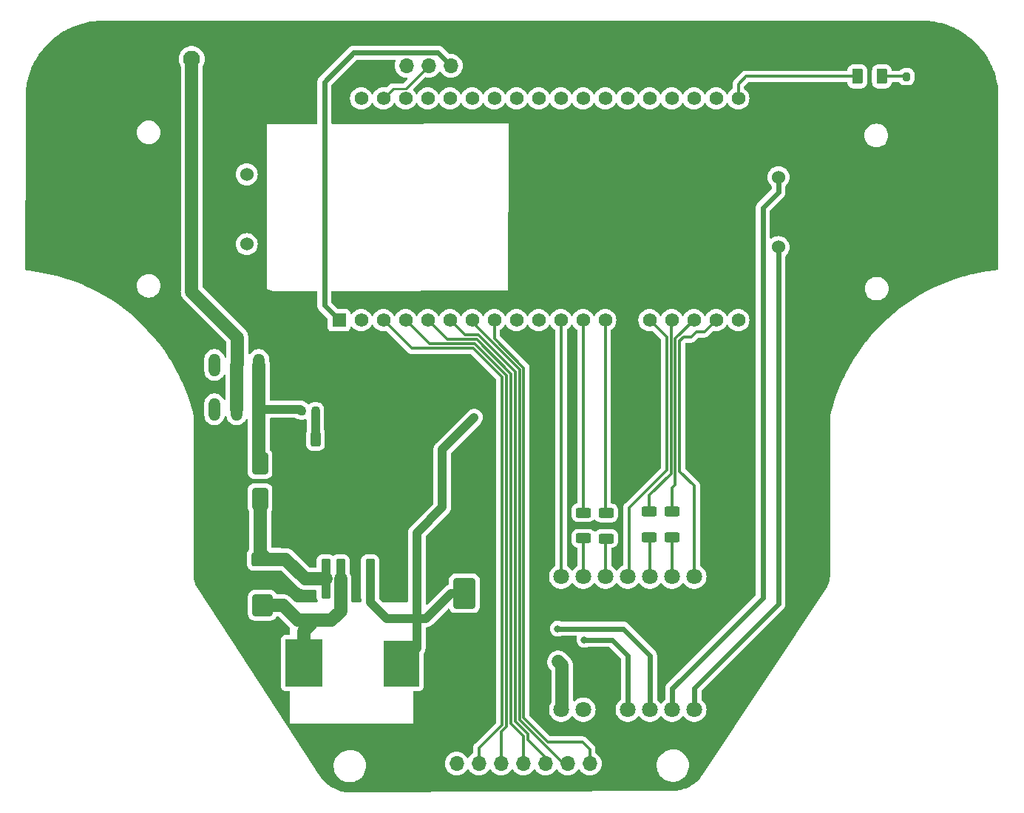
<source format=gbr>
%TF.GenerationSoftware,KiCad,Pcbnew,7.0.1*%
%TF.CreationDate,2023-10-29T13:19:35+05:30*%
%TF.ProjectId,MAZEBLAZE-V3,4d415a45-424c-4415-9a45-2d56332e6b69,rev?*%
%TF.SameCoordinates,Original*%
%TF.FileFunction,Copper,L1,Top*%
%TF.FilePolarity,Positive*%
%FSLAX46Y46*%
G04 Gerber Fmt 4.6, Leading zero omitted, Abs format (unit mm)*
G04 Created by KiCad (PCBNEW 7.0.1) date 2023-10-29 13:19:35*
%MOMM*%
%LPD*%
G01*
G04 APERTURE LIST*
G04 Aperture macros list*
%AMRoundRect*
0 Rectangle with rounded corners*
0 $1 Rounding radius*
0 $2 $3 $4 $5 $6 $7 $8 $9 X,Y pos of 4 corners*
0 Add a 4 corners polygon primitive as box body*
4,1,4,$2,$3,$4,$5,$6,$7,$8,$9,$2,$3,0*
0 Add four circle primitives for the rounded corners*
1,1,$1+$1,$2,$3*
1,1,$1+$1,$4,$5*
1,1,$1+$1,$6,$7*
1,1,$1+$1,$8,$9*
0 Add four rect primitives between the rounded corners*
20,1,$1+$1,$2,$3,$4,$5,0*
20,1,$1+$1,$4,$5,$6,$7,0*
20,1,$1+$1,$6,$7,$8,$9,0*
20,1,$1+$1,$8,$9,$2,$3,0*%
G04 Aperture macros list end*
%TA.AperFunction,SMDPad,CuDef*%
%ADD10RoundRect,0.250000X-0.625000X0.312500X-0.625000X-0.312500X0.625000X-0.312500X0.625000X0.312500X0*%
%TD*%
%TA.AperFunction,SMDPad,CuDef*%
%ADD11RoundRect,0.250000X-1.000000X1.500000X-1.000000X-1.500000X1.000000X-1.500000X1.000000X1.500000X0*%
%TD*%
%TA.AperFunction,SMDPad,CuDef*%
%ADD12RoundRect,0.218750X0.218750X0.256250X-0.218750X0.256250X-0.218750X-0.256250X0.218750X-0.256250X0*%
%TD*%
%TA.AperFunction,SMDPad,CuDef*%
%ADD13RoundRect,0.250000X0.650000X-1.000000X0.650000X1.000000X-0.650000X1.000000X-0.650000X-1.000000X0*%
%TD*%
%TA.AperFunction,ComponentPad*%
%ADD14C,1.524000*%
%TD*%
%TA.AperFunction,ComponentPad*%
%ADD15R,1.700000X1.700000*%
%TD*%
%TA.AperFunction,ComponentPad*%
%ADD16O,1.700000X1.700000*%
%TD*%
%TA.AperFunction,ComponentPad*%
%ADD17C,1.800000*%
%TD*%
%TA.AperFunction,ComponentPad*%
%ADD18O,1.320800X2.641600*%
%TD*%
%TA.AperFunction,SMDPad,CuDef*%
%ADD19RoundRect,0.250000X0.375000X0.625000X-0.375000X0.625000X-0.375000X-0.625000X0.375000X-0.625000X0*%
%TD*%
%TA.AperFunction,SMDPad,CuDef*%
%ADD20R,4.194800X5.405100*%
%TD*%
%TA.AperFunction,SMDPad,CuDef*%
%ADD21R,4.094800X5.305100*%
%TD*%
%TA.AperFunction,SMDPad,CuDef*%
%ADD22RoundRect,0.250000X0.312500X0.625000X-0.312500X0.625000X-0.312500X-0.625000X0.312500X-0.625000X0*%
%TD*%
%TA.AperFunction,ComponentPad*%
%ADD23C,1.950000*%
%TD*%
%TA.AperFunction,SMDPad,CuDef*%
%ADD24RoundRect,0.200000X-0.200000X-0.275000X0.200000X-0.275000X0.200000X0.275000X-0.200000X0.275000X0*%
%TD*%
%TA.AperFunction,SMDPad,CuDef*%
%ADD25RoundRect,0.250000X-0.900000X1.000000X-0.900000X-1.000000X0.900000X-1.000000X0.900000X1.000000X0*%
%TD*%
%TA.AperFunction,SMDPad,CuDef*%
%ADD26RoundRect,0.250000X0.300000X-2.050000X0.300000X2.050000X-0.300000X2.050000X-0.300000X-2.050000X0*%
%TD*%
%TA.AperFunction,SMDPad,CuDef*%
%ADD27RoundRect,0.250000X2.375000X-2.025000X2.375000X2.025000X-2.375000X2.025000X-2.375000X-2.025000X0*%
%TD*%
%TA.AperFunction,SMDPad,CuDef*%
%ADD28RoundRect,0.250002X5.149998X-4.449998X5.149998X4.449998X-5.149998X4.449998X-5.149998X-4.449998X0*%
%TD*%
%TA.AperFunction,ComponentPad*%
%ADD29R,1.560000X1.560000*%
%TD*%
%TA.AperFunction,ComponentPad*%
%ADD30C,1.560000*%
%TD*%
%TA.AperFunction,SMDPad,CuDef*%
%ADD31RoundRect,0.250000X1.500000X0.550000X-1.500000X0.550000X-1.500000X-0.550000X1.500000X-0.550000X0*%
%TD*%
%TA.AperFunction,ViaPad*%
%ADD32C,0.800000*%
%TD*%
%TA.AperFunction,Conductor*%
%ADD33C,1.000000*%
%TD*%
%TA.AperFunction,Conductor*%
%ADD34C,1.500000*%
%TD*%
%TA.AperFunction,Conductor*%
%ADD35C,0.300000*%
%TD*%
%TA.AperFunction,Conductor*%
%ADD36C,0.600000*%
%TD*%
%TA.AperFunction,Conductor*%
%ADD37C,0.250000*%
%TD*%
G04 APERTURE END LIST*
D10*
%TO.P,R6,1*%
%TO.N,BIN2*%
X144570000Y-98297500D03*
%TO.P,R6,2*%
%TO.N,Net-(U2-BI2)*%
X144570000Y-101222500D03*
%TD*%
D11*
%TO.P,C6,1*%
%TO.N,5V*%
X120760000Y-107640000D03*
%TO.P,C6,2*%
%TO.N,GND*%
X120760000Y-114140000D03*
%TD*%
D12*
%TO.P,D2,1,K*%
%TO.N,Net-(D2-K)*%
X103710000Y-86740000D03*
%TO.P,D2,2,A*%
%TO.N,VIN_SW*%
X102135000Y-86740000D03*
%TD*%
D13*
%TO.P,D7,1,K*%
%TO.N,Net-(D7-K)*%
X97380000Y-96780000D03*
%TO.P,D7,2,A*%
%TO.N,VIN_SW*%
X97380000Y-92780000D03*
%TD*%
D14*
%TO.P,M2,1,+*%
%TO.N,Net-(M2-+)*%
X156740000Y-67970000D03*
%TO.P,M2,2,-*%
%TO.N,Net-(M2--)*%
X156740000Y-59970000D03*
%TD*%
D15*
%TO.P,J5,1,Pin_1*%
%TO.N,GND*%
X117350000Y-127140000D03*
D16*
%TO.P,J5,2,Pin_2*%
%TO.N,3V3*%
X119890000Y-127140000D03*
%TO.P,J5,3,Pin_3*%
%TO.N,SENS1*%
X122430000Y-127140000D03*
%TO.P,J5,4,Pin_4*%
%TO.N,SENS2*%
X124970000Y-127140000D03*
%TO.P,J5,5,Pin_5*%
%TO.N,SENS3*%
X127510000Y-127140000D03*
%TO.P,J5,6,Pin_6*%
%TO.N,SENS4*%
X130050000Y-127140000D03*
%TO.P,J5,7,Pin_7*%
%TO.N,SENS5*%
X132590000Y-127140000D03*
%TO.P,J5,8,Pin_8*%
%TO.N,SENS6*%
X135130000Y-127140000D03*
%TD*%
D10*
%TO.P,R4,1*%
%TO.N,AIN2*%
X134400000Y-98397500D03*
%TO.P,R4,2*%
%TO.N,Net-(U2-AI2)*%
X134400000Y-101322500D03*
%TD*%
D15*
%TO.P,J2,1,Pin_1*%
%TO.N,GND*%
X121770000Y-47200000D03*
D16*
%TO.P,J2,2,Pin_2*%
%TO.N,3V3*%
X119230000Y-47200000D03*
%TO.P,J2,3,Pin_3*%
%TO.N,SCL*%
X116690000Y-47200000D03*
%TO.P,J2,4,Pin_4*%
%TO.N,SDA*%
X114150000Y-47200000D03*
%TD*%
D17*
%TO.P,U2,1,VM*%
%TO.N,VIN_SW*%
X131860000Y-120970000D03*
%TO.P,U2,2,VCC*%
%TO.N,3V3*%
X134400000Y-120970000D03*
%TO.P,U2,3,GND*%
%TO.N,GND*%
X136940000Y-120970000D03*
%TO.P,U2,4,A01*%
%TO.N,Net-(M1-+)*%
X139480000Y-120970000D03*
%TO.P,U2,5,A02*%
%TO.N,Net-(M1--)*%
X142020000Y-120970000D03*
%TO.P,U2,6,B02*%
%TO.N,Net-(M2--)*%
X144560000Y-120970000D03*
%TO.P,U2,7,B01*%
%TO.N,Net-(M2-+)*%
X147100000Y-120970000D03*
%TO.P,U2,8,GND*%
%TO.N,GND*%
X149640000Y-120970000D03*
%TO.P,U2,9,GND*%
X149640000Y-105730000D03*
%TO.P,U2,10,PWMB*%
%TO.N,PWMB*%
X147100000Y-105730000D03*
%TO.P,U2,11,BI2*%
%TO.N,Net-(U2-BI2)*%
X144560000Y-105730000D03*
%TO.P,U2,12,BI1*%
%TO.N,Net-(U2-BI1)*%
X142020000Y-105730000D03*
%TO.P,U2,13,STBY*%
%TO.N,STBY*%
X139480000Y-105730000D03*
%TO.P,U2,14,AI1*%
%TO.N,Net-(U2-AI1)*%
X136940000Y-105730000D03*
%TO.P,U2,15,AI2*%
%TO.N,Net-(U2-AI2)*%
X134400000Y-105730000D03*
%TO.P,U2,16,PWMA*%
%TO.N,PWMA*%
X131860000Y-105730000D03*
%TD*%
D18*
%TO.P,12V_SW1,1,A*%
%TO.N,unconnected-(12V_SW1-A-Pad1)*%
X92150000Y-81460000D03*
%TO.P,12V_SW1,2,B*%
%TO.N,VIN*%
X94690000Y-81460000D03*
%TO.P,12V_SW1,3,C*%
%TO.N,VIN_SW*%
X97230000Y-81460000D03*
%TO.P,12V_SW1,4,A*%
%TO.N,unconnected-(12V_SW1-A-Pad4)*%
X92150000Y-86540000D03*
%TO.P,12V_SW1,5,B*%
%TO.N,VIN*%
X94690000Y-86540000D03*
%TO.P,12V_SW1,6,C*%
%TO.N,VIN_SW*%
X97230000Y-86540000D03*
%TD*%
D19*
%TO.P,D1,1,K*%
%TO.N,Net-(D1-K)*%
X168570000Y-48420000D03*
%TO.P,D1,2,A*%
%TO.N,IO23*%
X165770000Y-48420000D03*
%TD*%
D14*
%TO.P,M1,1,+*%
%TO.N,Net-(M1-+)*%
X95834540Y-59631920D03*
%TO.P,M1,2,-*%
%TO.N,Net-(M1--)*%
X95834540Y-67631920D03*
%TD*%
D20*
%TO.P,L3,1,1*%
%TO.N,Net-(D8-K)*%
X102384800Y-115630000D03*
D21*
%TO.P,L3,2,2*%
%TO.N,5V*%
X113540000Y-115680000D03*
%TD*%
D10*
%TO.P,R3,1*%
%TO.N,AIN1*%
X136990000Y-98425000D03*
%TO.P,R3,2*%
%TO.N,Net-(U2-AI1)*%
X136990000Y-101350000D03*
%TD*%
D22*
%TO.P,R2,1*%
%TO.N,Net-(D2-K)*%
X103730000Y-89940000D03*
%TO.P,R2,2*%
%TO.N,GND*%
X100805000Y-89940000D03*
%TD*%
D23*
%TO.P,J1,1,Pin_1*%
%TO.N,VIN*%
X89540000Y-46430000D03*
%TO.P,J1,2,Pin_2*%
%TO.N,GND*%
X94540000Y-46430000D03*
%TD*%
D24*
%TO.P,R1,1*%
%TO.N,Net-(D1-K)*%
X171390000Y-48450000D03*
%TO.P,R1,2*%
%TO.N,GND*%
X173040000Y-48450000D03*
%TD*%
D10*
%TO.P,R5,1*%
%TO.N,BIN1*%
X141960000Y-98267500D03*
%TO.P,R5,2*%
%TO.N,Net-(U2-BI1)*%
X141960000Y-101192500D03*
%TD*%
D25*
%TO.P,D8,1,K*%
%TO.N,Net-(D8-K)*%
X97640000Y-109000000D03*
%TO.P,D8,2,A*%
%TO.N,GND*%
X97640000Y-113300000D03*
%TD*%
D26*
%TO.P,U5,1,VIN*%
%TO.N,Net-(D7-K)*%
X104885000Y-105965000D03*
%TO.P,U5,2,OUT*%
%TO.N,Net-(D8-K)*%
X106585000Y-105965000D03*
%TO.P,U5,3,GND*%
%TO.N,GND*%
X108285000Y-105965000D03*
D27*
X105510000Y-99240000D03*
X111060000Y-99240000D03*
D28*
X108285000Y-96815000D03*
D27*
X105510000Y-94390000D03*
X111060000Y-94390000D03*
D26*
%TO.P,U5,4,FB*%
%TO.N,5V*%
X109985000Y-105965000D03*
%TO.P,U5,5,~{ON}/OFF*%
%TO.N,GND*%
X111685000Y-105965000D03*
%TD*%
D29*
%TO.P,U3,J2-1,3V3*%
%TO.N,3V3*%
X106410000Y-76340000D03*
D30*
%TO.P,U3,J2-2,EN*%
%TO.N,unconnected-(U3-EN-PadJ2-2)*%
X108950000Y-76340000D03*
%TO.P,U3,J2-3,SENSOR_VP*%
%TO.N,SENS1*%
X111490000Y-76340000D03*
%TO.P,U3,J2-4,SENSOR_VN*%
%TO.N,SENS2*%
X114030000Y-76340000D03*
%TO.P,U3,J2-5,IO34*%
%TO.N,SENS3*%
X116570000Y-76340000D03*
%TO.P,U3,J2-6,IO35*%
%TO.N,SENS4*%
X119110000Y-76340000D03*
%TO.P,U3,J2-7,IO32*%
%TO.N,SENS5*%
X121650000Y-76340000D03*
%TO.P,U3,J2-8,IO33*%
%TO.N,SENS6*%
X124190000Y-76340000D03*
%TO.P,U3,J2-9,IO25*%
%TO.N,unconnected-(U3-IO25-PadJ2-9)*%
X126730000Y-76340000D03*
%TO.P,U3,J2-10,IO26*%
%TO.N,unconnected-(U3-IO26-PadJ2-10)*%
X129270000Y-76340000D03*
%TO.P,U3,J2-11,IO27*%
%TO.N,PWMA*%
X131810000Y-76340000D03*
%TO.P,U3,J2-12,IO14*%
%TO.N,AIN2*%
X134350000Y-76340000D03*
%TO.P,U3,J2-13,IO12*%
%TO.N,AIN1*%
X136890000Y-76340000D03*
%TO.P,U3,J2-14,GND1*%
%TO.N,GND*%
X139430000Y-76340000D03*
%TO.P,U3,J2-15,IO13*%
%TO.N,STBY*%
X141970000Y-76340000D03*
%TO.P,U3,J2-16,SD2*%
%TO.N,BIN1*%
X144510000Y-76340000D03*
%TO.P,U3,J2-17,SD3*%
%TO.N,BIN2*%
X147050000Y-76340000D03*
%TO.P,U3,J2-18,CMD*%
%TO.N,PWMB*%
X149590000Y-76340000D03*
%TO.P,U3,J2-19,EXT_5V*%
%TO.N,5V*%
X152130000Y-76340000D03*
%TO.P,U3,J3-1,GND3*%
%TO.N,GND*%
X106410000Y-50940000D03*
%TO.P,U3,J3-2,IO23*%
%TO.N,unconnected-(U3-IO23-PadJ3-2)*%
X108950000Y-50940000D03*
%TO.P,U3,J3-3,IO22*%
%TO.N,SCL*%
X111490000Y-50940000D03*
%TO.P,U3,J3-4,TXD0*%
%TO.N,unconnected-(U3-TXD0-PadJ3-4)*%
X114030000Y-50940000D03*
%TO.P,U3,J3-5,RXD0*%
%TO.N,unconnected-(U3-RXD0-PadJ3-5)*%
X116570000Y-50940000D03*
%TO.P,U3,J3-6,IO21*%
%TO.N,SDA*%
X119110000Y-50940000D03*
%TO.P,U3,J3-7,GND2*%
%TO.N,unconnected-(U3-GND2-PadJ3-7)*%
X121650000Y-50940000D03*
%TO.P,U3,J3-8,IO19*%
%TO.N,unconnected-(U3-IO19-PadJ3-8)*%
X124190000Y-50940000D03*
%TO.P,U3,J3-9,IO18*%
%TO.N,unconnected-(U3-IO18-PadJ3-9)*%
X126730000Y-50940000D03*
%TO.P,U3,J3-10,IO5*%
%TO.N,unconnected-(U3-IO5-PadJ3-10)*%
X129270000Y-50940000D03*
%TO.P,U3,J3-11,IO17*%
%TO.N,unconnected-(U3-IO17-PadJ3-11)*%
X131810000Y-50940000D03*
%TO.P,U3,J3-12,IO16*%
%TO.N,unconnected-(U3-IO16-PadJ3-12)*%
X134350000Y-50940000D03*
%TO.P,U3,J3-13,IO4*%
%TO.N,unconnected-(U3-IO4-PadJ3-13)*%
X136890000Y-50940000D03*
%TO.P,U3,J3-14,IO0*%
%TO.N,unconnected-(U3-IO0-PadJ3-14)*%
X139430000Y-50940000D03*
%TO.P,U3,J3-15,IO2*%
%TO.N,unconnected-(U3-IO2-PadJ3-15)*%
X141970000Y-50940000D03*
%TO.P,U3,J3-16,IO15*%
%TO.N,unconnected-(U3-IO15-PadJ3-16)*%
X144510000Y-50940000D03*
%TO.P,U3,J3-17,SD1*%
%TO.N,unconnected-(U3-SD1-PadJ3-17)*%
X147050000Y-50940000D03*
%TO.P,U3,J3-18,SD0*%
%TO.N,unconnected-(U3-SD0-PadJ3-18)*%
X149590000Y-50940000D03*
%TO.P,U3,J3-19,CLK*%
%TO.N,IO23*%
X152130000Y-50940000D03*
%TD*%
D31*
%TO.P,C5,1*%
%TO.N,Net-(D7-K)*%
X98120000Y-103730000D03*
%TO.P,C5,2*%
%TO.N,GND*%
X92720000Y-103730000D03*
%TD*%
D32*
%TO.N,5V*%
X121880000Y-87500000D03*
%TO.N,GND*%
X98460000Y-116190000D03*
X110910000Y-99070000D03*
X120700000Y-114900000D03*
X124680000Y-53400000D03*
X105830000Y-93990000D03*
X97690000Y-115290000D03*
X174520000Y-48430000D03*
X110910000Y-93990000D03*
X108370000Y-99070000D03*
X111690000Y-105945000D03*
X108370000Y-96530000D03*
X120760000Y-116980000D03*
X108290000Y-105945000D03*
X93730000Y-103660000D03*
X105830000Y-96530000D03*
X110910000Y-96530000D03*
X105830000Y-99070000D03*
X90810000Y-101930000D03*
X100790000Y-92150000D03*
X108370000Y-93990000D03*
X91620000Y-103670000D03*
X120750000Y-113440000D03*
%TO.N,Net-(M1-+)*%
X134500000Y-112950000D03*
%TO.N,Net-(M1--)*%
X131460000Y-111680000D03*
%TO.N,VIN_SW*%
X131520000Y-115460000D03*
%TD*%
D33*
%TO.N,5V*%
X109985000Y-108645000D02*
X111860000Y-110520000D01*
X121880000Y-87500000D02*
X118230000Y-91150000D01*
X115320000Y-100690000D02*
X115320000Y-110520000D01*
X111860000Y-110520000D02*
X115320000Y-110520000D01*
X116330000Y-110520000D02*
X119210000Y-107640000D01*
X109985000Y-105965000D02*
X109985000Y-108645000D01*
X118230000Y-91150000D02*
X118230000Y-97780000D01*
X115320000Y-110520000D02*
X116330000Y-110520000D01*
X115320000Y-110520000D02*
X115320000Y-113900000D01*
X115320000Y-113900000D02*
X113540000Y-115680000D01*
X118230000Y-97780000D02*
X115320000Y-100690000D01*
X119210000Y-107640000D02*
X120760000Y-107640000D01*
%TO.N,GND*%
X100805000Y-92135000D02*
X100790000Y-92150000D01*
X120760000Y-114140000D02*
X120760000Y-116980000D01*
D34*
X97640000Y-113300000D02*
X97640000Y-115240000D01*
X97690000Y-115290000D02*
X97640000Y-115340000D01*
X97640000Y-115240000D02*
X97690000Y-115290000D01*
X90780000Y-102830000D02*
X90780000Y-101800000D01*
X97640000Y-115340000D02*
X97640000Y-115370000D01*
X97640000Y-115370000D02*
X98460000Y-116190000D01*
D35*
X174500000Y-48450000D02*
X174520000Y-48430000D01*
D34*
X92720000Y-103730000D02*
X91680000Y-103730000D01*
X91680000Y-103730000D02*
X90780000Y-102830000D01*
D35*
X173040000Y-48450000D02*
X174500000Y-48450000D01*
D33*
X100805000Y-89940000D02*
X100805000Y-92135000D01*
D34*
%TO.N,VIN*%
X94780000Y-81370000D02*
X94780000Y-78340000D01*
X89540000Y-73100000D02*
X89540000Y-46430000D01*
X94690000Y-81460000D02*
X94690000Y-86540000D01*
X94780000Y-78340000D02*
X89540000Y-73100000D01*
X94690000Y-81460000D02*
X94780000Y-81370000D01*
D35*
%TO.N,Net-(D1-K)*%
X171360000Y-48420000D02*
X171390000Y-48450000D01*
X168570000Y-48420000D02*
X171360000Y-48420000D01*
%TO.N,IO23*%
X165770000Y-48420000D02*
X153010000Y-48420000D01*
X153010000Y-48420000D02*
X152150000Y-49280000D01*
X152150000Y-50940000D02*
X152150000Y-49280000D01*
D33*
%TO.N,Net-(D2-K)*%
X103710000Y-86740000D02*
X103710000Y-89920000D01*
X103710000Y-89920000D02*
X103730000Y-89940000D01*
D36*
%TO.N,Net-(M1-+)*%
X139480000Y-114770000D02*
X137660000Y-112950000D01*
X137660000Y-112950000D02*
X134500000Y-112950000D01*
X139480000Y-120970000D02*
X139480000Y-114770000D01*
%TO.N,Net-(M1--)*%
X138960000Y-111680000D02*
X131460000Y-111680000D01*
X142020000Y-114740000D02*
X138960000Y-111680000D01*
X142020000Y-120970000D02*
X142020000Y-114740000D01*
%TO.N,Net-(M2-+)*%
X147100000Y-118460000D02*
X147100000Y-120970000D01*
X156740000Y-67970000D02*
X156740000Y-108820000D01*
X156740000Y-108820000D02*
X147100000Y-118460000D01*
%TO.N,Net-(M2--)*%
X154950000Y-108140000D02*
X145450000Y-117640000D01*
X144560000Y-118520000D02*
X144560000Y-120970000D01*
X156740000Y-61650000D02*
X154950000Y-63440000D01*
X145450000Y-117640000D02*
X145440000Y-117640000D01*
X156740000Y-59970000D02*
X156740000Y-61650000D01*
X145440000Y-117640000D02*
X144560000Y-118520000D01*
X154950000Y-63440000D02*
X154950000Y-108140000D01*
D34*
%TO.N,VIN_SW*%
X131970000Y-115910000D02*
X131970000Y-120860000D01*
X131520000Y-115460000D02*
X131970000Y-115910000D01*
D33*
X101935000Y-86540000D02*
X102135000Y-86740000D01*
D34*
X97230000Y-92630000D02*
X97380000Y-92780000D01*
D33*
X97230000Y-86540000D02*
X101935000Y-86540000D01*
D34*
X97230000Y-81460000D02*
X97230000Y-92630000D01*
X131970000Y-120860000D02*
X131860000Y-120970000D01*
D36*
%TO.N,3V3*%
X104730000Y-74660000D02*
X104730000Y-49040000D01*
X117730000Y-45700000D02*
X119230000Y-47200000D01*
X108070000Y-45700000D02*
X117730000Y-45700000D01*
X106410000Y-76340000D02*
X104730000Y-74660000D01*
X104730000Y-49040000D02*
X108070000Y-45700000D01*
D35*
%TO.N,PWMB*%
X145430000Y-78720000D02*
X145880000Y-78270000D01*
X146718062Y-78270000D02*
X147308062Y-77680000D01*
X147100000Y-105730000D02*
X147100000Y-95320000D01*
X145430000Y-93650000D02*
X145430000Y-78720000D01*
X147308062Y-77680000D02*
X148250000Y-77680000D01*
X148250000Y-77680000D02*
X149590000Y-76340000D01*
X145880000Y-78270000D02*
X146718062Y-78270000D01*
X147100000Y-95320000D02*
X145430000Y-93650000D01*
%TO.N,PWMA*%
X131860000Y-105730000D02*
X131860000Y-76050000D01*
X131860000Y-105730000D02*
X131840000Y-105710000D01*
%TO.N,BIN2*%
X144590000Y-95870000D02*
X144590000Y-95590000D01*
X144930000Y-78460000D02*
X147050000Y-76340000D01*
X144590000Y-95590000D02*
X144930000Y-95250000D01*
X144930000Y-95250000D02*
X144930000Y-78460000D01*
X144570000Y-98297500D02*
X144570000Y-95890000D01*
X144570000Y-95890000D02*
X144590000Y-95870000D01*
%TO.N,AIN2*%
X134350000Y-98347500D02*
X134350000Y-76340000D01*
X134400000Y-98397500D02*
X134350000Y-98347500D01*
%TO.N,BIN1*%
X141960000Y-96380000D02*
X144430000Y-93910000D01*
X144430000Y-93910000D02*
X144430000Y-76440000D01*
X144430000Y-76440000D02*
X144530000Y-76340000D01*
X141960000Y-98267500D02*
X141960000Y-96380000D01*
%TO.N,AIN1*%
X136890000Y-98325000D02*
X136890000Y-76340000D01*
X136990000Y-98425000D02*
X136890000Y-98325000D01*
X136910000Y-76340000D02*
X136858000Y-76392000D01*
%TO.N,Net-(U2-AI1)*%
X136940000Y-105730000D02*
X136940000Y-101400000D01*
X136940000Y-101400000D02*
X136990000Y-101350000D01*
%TO.N,Net-(U2-AI2)*%
X134400000Y-105730000D02*
X134400000Y-101322500D01*
%TO.N,SENS1*%
X114710000Y-79560000D02*
X111490000Y-76340000D01*
X125070000Y-122690000D02*
X125070000Y-82884212D01*
X122430000Y-125330000D02*
X125070000Y-122690000D01*
X121745788Y-79560000D02*
X114710000Y-79560000D01*
X125070000Y-82884212D02*
X121745788Y-79560000D01*
X122430000Y-127140000D02*
X122430000Y-125330000D01*
%TO.N,Net-(U2-BI1)*%
X142020000Y-101252500D02*
X141960000Y-101192500D01*
X142020000Y-105730000D02*
X142020000Y-101252500D01*
%TO.N,Net-(U2-BI2)*%
X144560000Y-105730000D02*
X144560000Y-101232500D01*
X144560000Y-101232500D02*
X144570000Y-101222500D01*
%TO.N,SENS2*%
X124970000Y-123497106D02*
X125570000Y-122897106D01*
X124970000Y-127140000D02*
X124970000Y-123497106D01*
X116750000Y-79060000D02*
X114030000Y-76340000D01*
X125570000Y-122897106D02*
X125570000Y-82677106D01*
X125570000Y-82677106D02*
X121952894Y-79060000D01*
X121952894Y-79060000D02*
X116750000Y-79060000D01*
%TO.N,SENS3*%
X118790000Y-78560000D02*
X116570000Y-76340000D01*
X122160000Y-78560000D02*
X118790000Y-78560000D01*
X127530000Y-127345000D02*
X127515000Y-127360000D01*
X126070000Y-122527106D02*
X126070000Y-82470000D01*
X126070000Y-82470000D02*
X122160000Y-78560000D01*
X127510000Y-123967106D02*
X126070000Y-122527106D01*
X127510000Y-127140000D02*
X127510000Y-123967106D01*
%TO.N,STBY*%
X143930000Y-93480000D02*
X143930000Y-78300000D01*
X139480000Y-105730000D02*
X139600000Y-105610000D01*
X139600000Y-97810000D02*
X143930000Y-93480000D01*
X143930000Y-78300000D02*
X141970000Y-76340000D01*
X139600000Y-105610000D02*
X139600000Y-97810000D01*
%TO.N,SENS4*%
X130050000Y-126480000D02*
X128010000Y-124440000D01*
X128010000Y-123760000D02*
X126570000Y-122320000D01*
X130050000Y-127140000D02*
X130050000Y-126480000D01*
X126570000Y-82262894D02*
X122367106Y-78060000D01*
X120830000Y-78060000D02*
X119110000Y-76340000D01*
X128010000Y-124440000D02*
X128010000Y-123760000D01*
X122367106Y-78060000D02*
X120830000Y-78060000D01*
X126570000Y-122320000D02*
X126570000Y-82262894D01*
%TO.N,SENS5*%
X121650000Y-76340000D02*
X121650000Y-76580000D01*
X121650000Y-76580000D02*
X127070000Y-82000000D01*
X127070000Y-122112894D02*
X132097106Y-127140000D01*
X127070000Y-82000000D02*
X127070000Y-122112894D01*
X132097106Y-127140000D02*
X132590000Y-127140000D01*
%TO.N,SENS6*%
X130334212Y-124670000D02*
X134290000Y-124670000D01*
X127570000Y-121905788D02*
X130334212Y-124670000D01*
X134290000Y-124670000D02*
X135130000Y-125510000D01*
X135130000Y-125510000D02*
X135130000Y-127140000D01*
X124190000Y-78412894D02*
X127570000Y-81792894D01*
X127570000Y-81792894D02*
X127570000Y-121905788D01*
X124190000Y-76340000D02*
X124190000Y-78412894D01*
D34*
%TO.N,Net-(D7-K)*%
X98120000Y-103730000D02*
X100310000Y-103730000D01*
X100310000Y-103730000D02*
X102545000Y-105965000D01*
X97380000Y-96780000D02*
X97380000Y-102990000D01*
X102545000Y-105965000D02*
X104885000Y-105965000D01*
X97380000Y-102990000D02*
X98120000Y-103730000D01*
%TO.N,Net-(D8-K)*%
X97640000Y-109000000D02*
X100010000Y-109000000D01*
X103610000Y-110730000D02*
X102384800Y-111955200D01*
X106585000Y-109655000D02*
X105510000Y-110730000D01*
X101740000Y-110730000D02*
X103610000Y-110730000D01*
X105510000Y-110730000D02*
X103610000Y-110730000D01*
X102384800Y-111955200D02*
X102384800Y-115630000D01*
X100010000Y-109000000D02*
X101740000Y-110730000D01*
X106585000Y-105965000D02*
X106585000Y-109655000D01*
D37*
%TO.N,SCL*%
X112595000Y-49835000D02*
X114055000Y-49835000D01*
X114055000Y-49835000D02*
X116690000Y-47200000D01*
X111490000Y-50940000D02*
X112595000Y-49835000D01*
%TD*%
%TA.AperFunction,Conductor*%
%TO.N,GND*%
G36*
X173436949Y-42026598D02*
G01*
X173696897Y-42035798D01*
X173704338Y-42036286D01*
X174010534Y-42065713D01*
X174010559Y-42065716D01*
X174277382Y-42093252D01*
X174284398Y-42094181D01*
X174584369Y-42142732D01*
X174585350Y-42142896D01*
X174852746Y-42188878D01*
X174859396Y-42190210D01*
X175153609Y-42257582D01*
X175155056Y-42257922D01*
X175420537Y-42322259D01*
X175426727Y-42323931D01*
X175715029Y-42409889D01*
X175716678Y-42410394D01*
X175978252Y-42492807D01*
X175983978Y-42494766D01*
X176265377Y-42598893D01*
X176267436Y-42599677D01*
X176523457Y-42699767D01*
X176528742Y-42701976D01*
X176802392Y-42823871D01*
X176804598Y-42824882D01*
X177053845Y-42942265D01*
X177058606Y-42944635D01*
X177323419Y-43083750D01*
X177326014Y-43085153D01*
X177566984Y-43219183D01*
X177571282Y-43221689D01*
X177826385Y-43377518D01*
X177829142Y-43379253D01*
X178060740Y-43529359D01*
X178064577Y-43531950D01*
X178221019Y-43641992D01*
X178308912Y-43703816D01*
X178311841Y-43705941D01*
X178532878Y-43871380D01*
X178536305Y-43874040D01*
X178768951Y-44061271D01*
X178772032Y-44063834D01*
X178981447Y-44243825D01*
X178984395Y-44246442D01*
X179204483Y-44448335D01*
X179207596Y-44451293D01*
X179227086Y-44470475D01*
X179404370Y-44644961D01*
X179406939Y-44647566D01*
X179613544Y-44863274D01*
X179616717Y-44866714D01*
X179797306Y-45070183D01*
X179799898Y-45073103D01*
X179802063Y-45075609D01*
X179994388Y-45304320D01*
X179997561Y-45308253D01*
X180166261Y-45526324D01*
X180168046Y-45528689D01*
X180345364Y-45769579D01*
X180348470Y-45773998D01*
X180501875Y-46002630D01*
X180503309Y-46004816D01*
X180664889Y-46256963D01*
X180667879Y-46261875D01*
X180805292Y-46499929D01*
X180806406Y-46501901D01*
X180951593Y-46764381D01*
X180954413Y-46769789D01*
X181075167Y-47015952D01*
X181075998Y-47017680D01*
X181204240Y-47289663D01*
X181206837Y-47295564D01*
X181310278Y-47548221D01*
X181310863Y-47549676D01*
X181421697Y-47830468D01*
X181424018Y-47836855D01*
X181509631Y-48094223D01*
X181510010Y-48095383D01*
X181603027Y-48384476D01*
X181605019Y-48391337D01*
X181672236Y-48650601D01*
X181672451Y-48651445D01*
X181747435Y-48949269D01*
X181749044Y-48956587D01*
X181797133Y-49211843D01*
X181797229Y-49212357D01*
X181854279Y-49522360D01*
X181855454Y-49530112D01*
X181881514Y-49748516D01*
X181881534Y-49748689D01*
X181921849Y-50090659D01*
X181922702Y-50105136D01*
X181929461Y-70486419D01*
X181914712Y-70545114D01*
X181873938Y-70589837D01*
X181816853Y-70609936D01*
X181477361Y-70641257D01*
X180576479Y-70762317D01*
X179681388Y-70920697D01*
X179026159Y-71064937D01*
X178793649Y-71116121D01*
X178350513Y-71233167D01*
X177914791Y-71348254D01*
X177046328Y-71616696D01*
X176189779Y-71920978D01*
X175346612Y-72260576D01*
X174518277Y-72634908D01*
X173706198Y-73043330D01*
X172911792Y-73485130D01*
X172136412Y-73959554D01*
X171381422Y-74465771D01*
X170648093Y-75002926D01*
X169937750Y-75570046D01*
X169251541Y-76166219D01*
X168590697Y-76790374D01*
X167956364Y-77441429D01*
X167349618Y-78118276D01*
X166871997Y-78697819D01*
X166776003Y-78814298D01*
X166771502Y-78819759D01*
X166223039Y-79544627D01*
X165705151Y-80291666D01*
X165461600Y-80676170D01*
X165235105Y-81033746D01*
X165218729Y-81059599D01*
X164764660Y-81847013D01*
X164764652Y-81847027D01*
X164764651Y-81847030D01*
X164393032Y-82558189D01*
X164343656Y-82652678D01*
X163956515Y-83475067D01*
X163603841Y-84312899D01*
X163286292Y-85164611D01*
X163004397Y-86028776D01*
X162758635Y-86903935D01*
X162656140Y-87337400D01*
X162652303Y-87349594D01*
X162651136Y-87358676D01*
X162649410Y-87366037D01*
X162653991Y-87382200D01*
X162629563Y-105591382D01*
X162627835Y-105600541D01*
X162629341Y-105636299D01*
X162629431Y-105643713D01*
X162628923Y-105672345D01*
X162628876Y-105674206D01*
X162620781Y-105921231D01*
X162619680Y-105934147D01*
X162606383Y-106030356D01*
X162605499Y-106035846D01*
X162572834Y-106213147D01*
X162570815Y-106222193D01*
X162543965Y-106324375D01*
X162541276Y-106333244D01*
X162482579Y-106503658D01*
X162480651Y-106508874D01*
X162444934Y-106599197D01*
X162439539Y-106610994D01*
X162324429Y-106831439D01*
X162323557Y-106833079D01*
X162311620Y-106855128D01*
X162305983Y-106864524D01*
X148131317Y-128284415D01*
X148127490Y-128288342D01*
X148105506Y-128323300D01*
X148102449Y-128327929D01*
X148041948Y-128415211D01*
X148041624Y-128415677D01*
X147879381Y-128647466D01*
X147872736Y-128656121D01*
X147763124Y-128786594D01*
X147762008Y-128787904D01*
X147617597Y-128955032D01*
X147610931Y-128962159D01*
X147481710Y-129089858D01*
X147479646Y-129091852D01*
X147327141Y-129235738D01*
X147320676Y-129241426D01*
X147176827Y-129359396D01*
X147173679Y-129361894D01*
X147010628Y-129486998D01*
X147004574Y-129491360D01*
X146848869Y-129596580D01*
X146844529Y-129599382D01*
X146670955Y-129706426D01*
X146665496Y-129709604D01*
X146500224Y-129800251D01*
X146494613Y-129803145D01*
X146311079Y-129891971D01*
X146306383Y-129894124D01*
X146133973Y-129968870D01*
X146127039Y-129971632D01*
X145933886Y-130041894D01*
X145930089Y-130043206D01*
X145753307Y-130101100D01*
X145745036Y-130103494D01*
X145541687Y-130154774D01*
X145538895Y-130155444D01*
X145361782Y-130195771D01*
X145352191Y-130197561D01*
X145133667Y-130229509D01*
X145131960Y-130229746D01*
X144962989Y-130252056D01*
X144952126Y-130253007D01*
X144672780Y-130265111D01*
X144672208Y-130265134D01*
X144562324Y-130269387D01*
X144556722Y-130269477D01*
X144517445Y-130269221D01*
X144514623Y-130269731D01*
X107662211Y-130458268D01*
X107651981Y-130457898D01*
X107545243Y-130449613D01*
X107544694Y-130449569D01*
X107264409Y-130426561D01*
X107254020Y-130425265D01*
X107085361Y-130396945D01*
X107083732Y-130396660D01*
X106865318Y-130356983D01*
X106856170Y-130354962D01*
X106679685Y-130308905D01*
X106677026Y-130308179D01*
X106474368Y-130250453D01*
X106466497Y-130247925D01*
X106290646Y-130184891D01*
X106287035Y-130183533D01*
X106094915Y-130107844D01*
X106088340Y-130105031D01*
X105917047Y-130025832D01*
X105912587Y-130023661D01*
X105730168Y-129930288D01*
X105724874Y-129927412D01*
X105560824Y-129833049D01*
X105555643Y-129829898D01*
X105383203Y-129719152D01*
X105379084Y-129716389D01*
X105224539Y-129608168D01*
X105218792Y-129603890D01*
X105056743Y-129475853D01*
X105053753Y-129473415D01*
X104910854Y-129353101D01*
X104904765Y-129347617D01*
X104752944Y-129201434D01*
X104750984Y-129199504D01*
X104622431Y-129070098D01*
X104616084Y-129063206D01*
X104471999Y-128894387D01*
X104470934Y-128893123D01*
X104361626Y-128761538D01*
X104355282Y-128753209D01*
X104194457Y-128522476D01*
X104194143Y-128522023D01*
X104184838Y-128508546D01*
X104131927Y-128431912D01*
X104129007Y-128427482D01*
X104106228Y-128391259D01*
X104103574Y-128388489D01*
X103523035Y-127496700D01*
X105795787Y-127496700D01*
X105825413Y-127765952D01*
X105838975Y-127817827D01*
X105893928Y-128028024D01*
X105974825Y-128218390D01*
X105999871Y-128277328D01*
X106140982Y-128508547D01*
X106265208Y-128657820D01*
X106314255Y-128716756D01*
X106515998Y-128897518D01*
X106741910Y-129046980D01*
X106833377Y-129089858D01*
X106987177Y-129161957D01*
X107232416Y-129235738D01*
X107246569Y-129239996D01*
X107514561Y-129279436D01*
X107717631Y-129279436D01*
X107717634Y-129279436D01*
X107920156Y-129264613D01*
X107920155Y-129264613D01*
X108184553Y-129205716D01*
X108437558Y-129108950D01*
X108673777Y-128976377D01*
X108888177Y-128810824D01*
X109076186Y-128615817D01*
X109233799Y-128395515D01*
X109357656Y-128154611D01*
X109445118Y-127898241D01*
X109494319Y-127631869D01*
X109504212Y-127361171D01*
X109474586Y-127091918D01*
X109406072Y-126829848D01*
X109300130Y-126580546D01*
X109227886Y-126462170D01*
X109159017Y-126349324D01*
X108985746Y-126141117D01*
X108880758Y-126047048D01*
X108784002Y-125960354D01*
X108558090Y-125810892D01*
X108501452Y-125784341D01*
X108312822Y-125695914D01*
X108053437Y-125617877D01*
X108053431Y-125617876D01*
X107785439Y-125578436D01*
X107582369Y-125578436D01*
X107582366Y-125578436D01*
X107379843Y-125593258D01*
X107115449Y-125652155D01*
X106862441Y-125748922D01*
X106626223Y-125881495D01*
X106411825Y-126047045D01*
X106223813Y-126242056D01*
X106066201Y-126462356D01*
X105942342Y-126703265D01*
X105854881Y-126959631D01*
X105805680Y-127226002D01*
X105795787Y-127496700D01*
X103523035Y-127496700D01*
X94053397Y-112950000D01*
X90095434Y-106870011D01*
X90090309Y-106861396D01*
X90077247Y-106837269D01*
X90076377Y-106835633D01*
X90013821Y-106715841D01*
X89962114Y-106616824D01*
X89956737Y-106605067D01*
X89920710Y-106513968D01*
X89918810Y-106508831D01*
X89860365Y-106339158D01*
X89857677Y-106330289D01*
X89855279Y-106321163D01*
X89830666Y-106227501D01*
X89828649Y-106218463D01*
X89796133Y-106041994D01*
X89795263Y-106036598D01*
X89781564Y-105937489D01*
X89780487Y-105925252D01*
X89774043Y-105756119D01*
X89773977Y-105753778D01*
X89772125Y-105649374D01*
X89772216Y-105641963D01*
X89773517Y-105611035D01*
X89770530Y-105595098D01*
X89770841Y-105027074D01*
X89771222Y-104330008D01*
X95869500Y-104330008D01*
X95880000Y-104432796D01*
X95935186Y-104599334D01*
X96027288Y-104748657D01*
X96151342Y-104872711D01*
X96151344Y-104872712D01*
X96300666Y-104964814D01*
X96393720Y-104995649D01*
X96467202Y-105019999D01*
X96477703Y-105021071D01*
X96569991Y-105030500D01*
X99670008Y-105030499D01*
X99767466Y-105020543D01*
X99821627Y-105027074D01*
X99867746Y-105056220D01*
X101606182Y-106794656D01*
X101615448Y-106805024D01*
X101636513Y-106831439D01*
X101637493Y-106832667D01*
X101687394Y-106876265D01*
X101693494Y-106881968D01*
X101700467Y-106888942D01*
X101731740Y-106915051D01*
X101733853Y-106916856D01*
X101768510Y-106947134D01*
X101807004Y-106980765D01*
X101810760Y-106983009D01*
X101826624Y-106994266D01*
X101829978Y-106997066D01*
X101829979Y-106997067D01*
X101829981Y-106997068D01*
X101864996Y-107016936D01*
X101914450Y-107044997D01*
X101916854Y-107046397D01*
X102000236Y-107096215D01*
X102000239Y-107096216D01*
X102004323Y-107097749D01*
X102021953Y-107105996D01*
X102025753Y-107108152D01*
X102025755Y-107108153D01*
X102117468Y-107140245D01*
X102119998Y-107141162D01*
X102210976Y-107175307D01*
X102214972Y-107176032D01*
X102215269Y-107176086D01*
X102234088Y-107181053D01*
X102238217Y-107182498D01*
X102334251Y-107197707D01*
X102336847Y-107198149D01*
X102400369Y-107209677D01*
X102432452Y-107215500D01*
X102432453Y-107215500D01*
X102436830Y-107215500D01*
X102456226Y-107217026D01*
X102460540Y-107217710D01*
X102555299Y-107215583D01*
X102557622Y-107215531D01*
X102560404Y-107215500D01*
X103710501Y-107215500D01*
X103772501Y-107232113D01*
X103817888Y-107277500D01*
X103834501Y-107339500D01*
X103834501Y-108065009D01*
X103845000Y-108167796D01*
X103900186Y-108334334D01*
X103966053Y-108441123D01*
X103984485Y-108503515D01*
X103968791Y-108566651D01*
X103923293Y-108613153D01*
X103860514Y-108630219D01*
X101460055Y-108630219D01*
X101412602Y-108620780D01*
X101372374Y-108593900D01*
X100948816Y-108170342D01*
X100939550Y-108159974D01*
X100917506Y-108132332D01*
X100867603Y-108088732D01*
X100861507Y-108083033D01*
X100854527Y-108076053D01*
X100823255Y-108049945D01*
X100821140Y-108048139D01*
X100796809Y-108026882D01*
X100747996Y-107984235D01*
X100744236Y-107981988D01*
X100728370Y-107970730D01*
X100725018Y-107967931D01*
X100640548Y-107920001D01*
X100638145Y-107918601D01*
X100554765Y-107868785D01*
X100550671Y-107867249D01*
X100533046Y-107859003D01*
X100529245Y-107856847D01*
X100529244Y-107856846D01*
X100529243Y-107856846D01*
X100437568Y-107824767D01*
X100434954Y-107823819D01*
X100344028Y-107789694D01*
X100344025Y-107789693D01*
X100344024Y-107789693D01*
X100339721Y-107788911D01*
X100320917Y-107783948D01*
X100316782Y-107782501D01*
X100220847Y-107767306D01*
X100218106Y-107766840D01*
X100122550Y-107749500D01*
X100122547Y-107749500D01*
X100118170Y-107749500D01*
X100098773Y-107747973D01*
X100094460Y-107747290D01*
X99997358Y-107749469D01*
X99994578Y-107749500D01*
X99336478Y-107749500D01*
X99276046Y-107733777D01*
X99230939Y-107690596D01*
X99132711Y-107531342D01*
X99008657Y-107407288D01*
X98859334Y-107315186D01*
X98692797Y-107260000D01*
X98590009Y-107249500D01*
X96689991Y-107249500D01*
X96587203Y-107260000D01*
X96420665Y-107315186D01*
X96271342Y-107407288D01*
X96147288Y-107531342D01*
X96055186Y-107680665D01*
X96000000Y-107847202D01*
X95989500Y-107949990D01*
X95989500Y-110050008D01*
X96000000Y-110152796D01*
X96055186Y-110319334D01*
X96147288Y-110468657D01*
X96271342Y-110592711D01*
X96271344Y-110592712D01*
X96420666Y-110684814D01*
X96532016Y-110721712D01*
X96587202Y-110739999D01*
X96597703Y-110741071D01*
X96689991Y-110750500D01*
X98590008Y-110750499D01*
X98692797Y-110739999D01*
X98859334Y-110684814D01*
X99008656Y-110592712D01*
X99132712Y-110468656D01*
X99224814Y-110319334D01*
X99224813Y-110319334D01*
X99230939Y-110309404D01*
X99276046Y-110266223D01*
X99336478Y-110250500D01*
X99440664Y-110250500D01*
X99488117Y-110259939D01*
X99528345Y-110286819D01*
X100773251Y-111531725D01*
X100800131Y-111571953D01*
X100809570Y-111619406D01*
X100809570Y-112302951D01*
X100792957Y-112364951D01*
X100747570Y-112410338D01*
X100685570Y-112426951D01*
X100239528Y-112426951D01*
X100209722Y-112430155D01*
X100179915Y-112433359D01*
X100045069Y-112483654D01*
X99929854Y-112569904D01*
X99843604Y-112685118D01*
X99793309Y-112819966D01*
X99786900Y-112879580D01*
X99786900Y-118380419D01*
X99793309Y-118440033D01*
X99843604Y-118574881D01*
X99929854Y-118690096D01*
X100045069Y-118776346D01*
X100179917Y-118826641D01*
X100239527Y-118833050D01*
X100685570Y-118833050D01*
X100747570Y-118849663D01*
X100792957Y-118895050D01*
X100809570Y-118957050D01*
X100809570Y-122530219D01*
X114909569Y-122530219D01*
X114909570Y-122530219D01*
X114890400Y-119865668D01*
X114883870Y-118957941D01*
X114900184Y-118895565D01*
X114945610Y-118849811D01*
X115007867Y-118833049D01*
X115635270Y-118833049D01*
X115635272Y-118833049D01*
X115694883Y-118826641D01*
X115829731Y-118776346D01*
X115944946Y-118690096D01*
X116031196Y-118574881D01*
X116081491Y-118440033D01*
X116087900Y-118380423D01*
X116087899Y-114586998D01*
X116093585Y-114549881D01*
X116110117Y-114516172D01*
X116116767Y-114506618D01*
X116122399Y-114499148D01*
X116159698Y-114453407D01*
X116173783Y-114426439D01*
X116181918Y-114413015D01*
X116188373Y-114403740D01*
X116199295Y-114388049D01*
X116222568Y-114333815D01*
X116226588Y-114325350D01*
X116253909Y-114273049D01*
X116255429Y-114267738D01*
X116262275Y-114243808D01*
X116267539Y-114229019D01*
X116279540Y-114201058D01*
X116291417Y-114143256D01*
X116293652Y-114134148D01*
X116309886Y-114077418D01*
X116312196Y-114047078D01*
X116314376Y-114031540D01*
X116320500Y-114001742D01*
X116320500Y-113942756D01*
X116320858Y-113933341D01*
X116321154Y-113929449D01*
X116325337Y-113874524D01*
X116321494Y-113844348D01*
X116320500Y-113828683D01*
X116320500Y-111641898D01*
X116333637Y-111586352D01*
X116370263Y-111542576D01*
X116422619Y-111519844D01*
X116443007Y-111516188D01*
X116464440Y-111512347D01*
X116473736Y-111511043D01*
X116532438Y-111505074D01*
X116561467Y-111495965D01*
X116576700Y-111492226D01*
X116606653Y-111486858D01*
X116661426Y-111464978D01*
X116670301Y-111461819D01*
X116687675Y-111456367D01*
X116726588Y-111444159D01*
X116753194Y-111429390D01*
X116767362Y-111422662D01*
X116795617Y-111411377D01*
X116844879Y-111378909D01*
X116852910Y-111374043D01*
X116904502Y-111345409D01*
X116927587Y-111325589D01*
X116940114Y-111316144D01*
X116965519Y-111299402D01*
X117007251Y-111257668D01*
X117014123Y-111251300D01*
X117058895Y-111212866D01*
X117077524Y-111188798D01*
X117087883Y-111177036D01*
X118865934Y-109398984D01*
X118919781Y-109367372D01*
X118982209Y-109366009D01*
X119037386Y-109395244D01*
X119071319Y-109447663D01*
X119075186Y-109459334D01*
X119167288Y-109608657D01*
X119291342Y-109732711D01*
X119291344Y-109732712D01*
X119440666Y-109824814D01*
X119552017Y-109861712D01*
X119607202Y-109879999D01*
X119617702Y-109881071D01*
X119709991Y-109890500D01*
X121810008Y-109890499D01*
X121912797Y-109879999D01*
X122079334Y-109824814D01*
X122228656Y-109732712D01*
X122352712Y-109608656D01*
X122444814Y-109459334D01*
X122499999Y-109292797D01*
X122510500Y-109190009D01*
X122510499Y-106089992D01*
X122499999Y-105987203D01*
X122444814Y-105820666D01*
X122387593Y-105727895D01*
X122352711Y-105671342D01*
X122228657Y-105547288D01*
X122079334Y-105455186D01*
X121912797Y-105400000D01*
X121810009Y-105389500D01*
X119709991Y-105389500D01*
X119607203Y-105400000D01*
X119440665Y-105455186D01*
X119291342Y-105547288D01*
X119167288Y-105671342D01*
X119075186Y-105820665D01*
X119020000Y-105987202D01*
X119009500Y-106089991D01*
X119009500Y-106558728D01*
X118999859Y-106606666D01*
X118972435Y-106647149D01*
X118931494Y-106673881D01*
X118917687Y-106679397D01*
X118878566Y-106695022D01*
X118869698Y-106698179D01*
X118813410Y-106715841D01*
X118786809Y-106730605D01*
X118772639Y-106737335D01*
X118744385Y-106748622D01*
X118695121Y-106781087D01*
X118687070Y-106785964D01*
X118635498Y-106814590D01*
X118612414Y-106834407D01*
X118599887Y-106843853D01*
X118574481Y-106860598D01*
X118532775Y-106902303D01*
X118525868Y-106908704D01*
X118481103Y-106947135D01*
X118462480Y-106971193D01*
X118452108Y-106982969D01*
X116532181Y-108902899D01*
X116482818Y-108933149D01*
X116425102Y-108937691D01*
X116371615Y-108915536D01*
X116334015Y-108871513D01*
X116320500Y-108815218D01*
X116320500Y-101155783D01*
X116329939Y-101108330D01*
X116356819Y-101068102D01*
X116997938Y-100426983D01*
X118927409Y-98497510D01*
X118929579Y-98495394D01*
X118993053Y-98435059D01*
X119026763Y-98386624D01*
X119032405Y-98379141D01*
X119069697Y-98333408D01*
X119083786Y-98306433D01*
X119091908Y-98293027D01*
X119109295Y-98268049D01*
X119132568Y-98213815D01*
X119136590Y-98205346D01*
X119163909Y-98153049D01*
X119172275Y-98123808D01*
X119177539Y-98109019D01*
X119189540Y-98081058D01*
X119201417Y-98023256D01*
X119203652Y-98014148D01*
X119219886Y-97957418D01*
X119222196Y-97927078D01*
X119224376Y-97911540D01*
X119230500Y-97881742D01*
X119230500Y-97822756D01*
X119230858Y-97813341D01*
X119232394Y-97793165D01*
X119235337Y-97754524D01*
X119231494Y-97724348D01*
X119230500Y-97708683D01*
X119230500Y-91615783D01*
X119239939Y-91568330D01*
X119266819Y-91528102D01*
X120362489Y-90432432D01*
X122623341Y-88171580D01*
X122719698Y-88053407D01*
X122813910Y-87873049D01*
X122869887Y-87677418D01*
X122885337Y-87474523D01*
X122859630Y-87272672D01*
X122793816Y-87080127D01*
X122690591Y-86904773D01*
X122554179Y-86753786D01*
X122554178Y-86753785D01*
X122554176Y-86753783D01*
X122390166Y-86633348D01*
X122205268Y-86548393D01*
X122007055Y-86502396D01*
X121803638Y-86497242D01*
X121603348Y-86533140D01*
X121414382Y-86608622D01*
X121244480Y-86720599D01*
X117532646Y-90432432D01*
X117530399Y-90434623D01*
X117466948Y-90494939D01*
X117433244Y-90543362D01*
X117427573Y-90550882D01*
X117390301Y-90596593D01*
X117376210Y-90623566D01*
X117368082Y-90636983D01*
X117350705Y-90661950D01*
X117327439Y-90716165D01*
X117323399Y-90724671D01*
X117296090Y-90776952D01*
X117287720Y-90806201D01*
X117282459Y-90820978D01*
X117270460Y-90848942D01*
X117258587Y-90906713D01*
X117256342Y-90915860D01*
X117240113Y-90972580D01*
X117237802Y-91002925D01*
X117235622Y-91018466D01*
X117229500Y-91048259D01*
X117229500Y-91107242D01*
X117229142Y-91116656D01*
X117224663Y-91175477D01*
X117228506Y-91205651D01*
X117229500Y-91221317D01*
X117229500Y-97314217D01*
X117220061Y-97361670D01*
X117193181Y-97401898D01*
X114622646Y-99972432D01*
X114620399Y-99974623D01*
X114556948Y-100034939D01*
X114523244Y-100083362D01*
X114517573Y-100090882D01*
X114480301Y-100136593D01*
X114466210Y-100163566D01*
X114458082Y-100176983D01*
X114440705Y-100201950D01*
X114417439Y-100256165D01*
X114413399Y-100264671D01*
X114386090Y-100316952D01*
X114377720Y-100346201D01*
X114372459Y-100360978D01*
X114360460Y-100388942D01*
X114348587Y-100446713D01*
X114346342Y-100455860D01*
X114330113Y-100512580D01*
X114330112Y-100512582D01*
X114330113Y-100512582D01*
X114327923Y-100541342D01*
X114327802Y-100542925D01*
X114325622Y-100558466D01*
X114319500Y-100588259D01*
X114319500Y-100647242D01*
X114319142Y-100656656D01*
X114314663Y-100715477D01*
X114318506Y-100745651D01*
X114319500Y-100761317D01*
X114319500Y-108506219D01*
X114302887Y-108568219D01*
X114257500Y-108613606D01*
X114195500Y-108630219D01*
X111436501Y-108630219D01*
X111389048Y-108620780D01*
X111348820Y-108593900D01*
X111053624Y-108298704D01*
X111020646Y-108239615D01*
X111023601Y-108172012D01*
X111024999Y-108167797D01*
X111035500Y-108065009D01*
X111035499Y-103864992D01*
X111024999Y-103762203D01*
X110969814Y-103595666D01*
X110877712Y-103446344D01*
X110877711Y-103446342D01*
X110753657Y-103322288D01*
X110604334Y-103230186D01*
X110437797Y-103175000D01*
X110344535Y-103165473D01*
X110335008Y-103164500D01*
X109634991Y-103164500D01*
X109532203Y-103175000D01*
X109365665Y-103230186D01*
X109216342Y-103322288D01*
X109092288Y-103446342D01*
X109000186Y-103595665D01*
X108945000Y-103762202D01*
X108934500Y-103864990D01*
X108934500Y-108065008D01*
X108945000Y-108167796D01*
X108978206Y-108268003D01*
X108984500Y-108307007D01*
X108984500Y-108506219D01*
X108967887Y-108568219D01*
X108922500Y-108613606D01*
X108860500Y-108630219D01*
X107959500Y-108630219D01*
X107897500Y-108613606D01*
X107852113Y-108568219D01*
X107835500Y-108506219D01*
X107835500Y-105908847D01*
X107834339Y-105895946D01*
X107820377Y-105740812D01*
X107760493Y-105523830D01*
X107662829Y-105321027D01*
X107662828Y-105321025D01*
X107659179Y-105316002D01*
X107641567Y-105281436D01*
X107635499Y-105243120D01*
X107635499Y-103864991D01*
X107624999Y-103762203D01*
X107624999Y-103762202D01*
X107569814Y-103595666D01*
X107477712Y-103446344D01*
X107477711Y-103446342D01*
X107353657Y-103322288D01*
X107204334Y-103230186D01*
X107037797Y-103175000D01*
X106944535Y-103165473D01*
X106935008Y-103164500D01*
X106234991Y-103164500D01*
X106132203Y-103175000D01*
X105965665Y-103230186D01*
X105804007Y-103329897D01*
X105802567Y-103327563D01*
X105767077Y-103348048D01*
X105702890Y-103348040D01*
X105667432Y-103327562D01*
X105665993Y-103329897D01*
X105504334Y-103230186D01*
X105337797Y-103175000D01*
X105244535Y-103165473D01*
X105235008Y-103164500D01*
X104534991Y-103164500D01*
X104432203Y-103175000D01*
X104265665Y-103230186D01*
X104116342Y-103322288D01*
X103992288Y-103446342D01*
X103900186Y-103595665D01*
X103845000Y-103762202D01*
X103834500Y-103864991D01*
X103834500Y-104590500D01*
X103817887Y-104652500D01*
X103772500Y-104697887D01*
X103710500Y-104714500D01*
X103114337Y-104714500D01*
X103066884Y-104705061D01*
X103026656Y-104678181D01*
X101248816Y-102900342D01*
X101239550Y-102889974D01*
X101217506Y-102862332D01*
X101167603Y-102818732D01*
X101161507Y-102813033D01*
X101154527Y-102806053D01*
X101123255Y-102779945D01*
X101121140Y-102778139D01*
X101096809Y-102756882D01*
X101047996Y-102714235D01*
X101044236Y-102711988D01*
X101028370Y-102700730D01*
X101025018Y-102697931D01*
X100940548Y-102650001D01*
X100938145Y-102648601D01*
X100854765Y-102598785D01*
X100850671Y-102597249D01*
X100833046Y-102589003D01*
X100829245Y-102586847D01*
X100829244Y-102586846D01*
X100829243Y-102586846D01*
X100737568Y-102554767D01*
X100734954Y-102553819D01*
X100644028Y-102519694D01*
X100644025Y-102519693D01*
X100644024Y-102519693D01*
X100639721Y-102518911D01*
X100620917Y-102513948D01*
X100616782Y-102512501D01*
X100520847Y-102497306D01*
X100518106Y-102496840D01*
X100422550Y-102479500D01*
X100422547Y-102479500D01*
X100418170Y-102479500D01*
X100398773Y-102477973D01*
X100394460Y-102477290D01*
X100297358Y-102479469D01*
X100294578Y-102479500D01*
X99912007Y-102479500D01*
X99873003Y-102473206D01*
X99772797Y-102440000D01*
X99670009Y-102429500D01*
X98754500Y-102429500D01*
X98692500Y-102412887D01*
X98647113Y-102367500D01*
X98630500Y-102305500D01*
X98630500Y-98271196D01*
X98648961Y-98206100D01*
X98659767Y-98188579D01*
X98714814Y-98099334D01*
X98769999Y-97932797D01*
X98780500Y-97830009D01*
X98780499Y-95729992D01*
X98769999Y-95627203D01*
X98714814Y-95460666D01*
X98635561Y-95332175D01*
X98622711Y-95311342D01*
X98498657Y-95187288D01*
X98349334Y-95095186D01*
X98182797Y-95040000D01*
X98080009Y-95029500D01*
X96679991Y-95029500D01*
X96577203Y-95040000D01*
X96410665Y-95095186D01*
X96261342Y-95187288D01*
X96137288Y-95311342D01*
X96045186Y-95460665D01*
X95990000Y-95627202D01*
X95979500Y-95729990D01*
X95979500Y-97830008D01*
X95990000Y-97932796D01*
X96045186Y-98099334D01*
X96111039Y-98206100D01*
X96129500Y-98271196D01*
X96129500Y-102557770D01*
X96120061Y-102605223D01*
X96093183Y-102645448D01*
X96060233Y-102678398D01*
X96027286Y-102711345D01*
X95935186Y-102860665D01*
X95880000Y-103027202D01*
X95869500Y-103129990D01*
X95869500Y-104330008D01*
X89771222Y-104330008D01*
X89780479Y-87415747D01*
X89785135Y-87399387D01*
X89784264Y-87395733D01*
X89783221Y-87385729D01*
X89778159Y-87370076D01*
X89675897Y-86937587D01*
X89430140Y-86062444D01*
X89148241Y-85198264D01*
X88830688Y-84346541D01*
X88478029Y-83508744D01*
X88352349Y-83241767D01*
X88284654Y-83097963D01*
X88090872Y-82686319D01*
X87669885Y-81880687D01*
X87215797Y-81093238D01*
X86928608Y-80639845D01*
X86729395Y-80325341D01*
X86706055Y-80291674D01*
X86447513Y-79918732D01*
X86211497Y-79578284D01*
X85765960Y-78989446D01*
X85663032Y-78853412D01*
X85262011Y-78366818D01*
X85084918Y-78151934D01*
X84552424Y-77557918D01*
X84478174Y-77475089D01*
X84368311Y-77362330D01*
X83843840Y-76824032D01*
X83182995Y-76199877D01*
X82496787Y-75603704D01*
X81786445Y-75036583D01*
X81700184Y-74973398D01*
X81053116Y-74499428D01*
X80298122Y-73993210D01*
X79522752Y-73518790D01*
X78728343Y-73076990D01*
X78588205Y-73006510D01*
X77916261Y-72668566D01*
X77321968Y-72399999D01*
X83254340Y-72399999D01*
X83274936Y-72635407D01*
X83299725Y-72727919D01*
X83336097Y-72863663D01*
X83435965Y-73077829D01*
X83571505Y-73271401D01*
X83738599Y-73438495D01*
X83932171Y-73574035D01*
X84146337Y-73673903D01*
X84330393Y-73723220D01*
X84374592Y-73735063D01*
X84551032Y-73750500D01*
X84551034Y-73750500D01*
X84668966Y-73750500D01*
X84668968Y-73750500D01*
X84788648Y-73740029D01*
X84845408Y-73735063D01*
X85073663Y-73673903D01*
X85287829Y-73574035D01*
X85481401Y-73438495D01*
X85648495Y-73271401D01*
X85784035Y-73077830D01*
X85883903Y-72863663D01*
X85945063Y-72635408D01*
X85965659Y-72400000D01*
X85945063Y-72164592D01*
X85883903Y-71936337D01*
X85784035Y-71722171D01*
X85648495Y-71528599D01*
X85481401Y-71361505D01*
X85287829Y-71225965D01*
X85073663Y-71126097D01*
X85036417Y-71116117D01*
X84845407Y-71064936D01*
X84668968Y-71049500D01*
X84668966Y-71049500D01*
X84551034Y-71049500D01*
X84551032Y-71049500D01*
X84374592Y-71064936D01*
X84146336Y-71126097D01*
X83932170Y-71225965D01*
X83738598Y-71361505D01*
X83571508Y-71528595D01*
X83571505Y-71528598D01*
X83571505Y-71528599D01*
X83458894Y-71689425D01*
X83435964Y-71722172D01*
X83336097Y-71936337D01*
X83274936Y-72164592D01*
X83254340Y-72399999D01*
X77321968Y-72399999D01*
X77087935Y-72294237D01*
X76244751Y-71954632D01*
X75388211Y-71650353D01*
X74519747Y-71381911D01*
X74338759Y-71334106D01*
X73640891Y-71149778D01*
X72753151Y-70954354D01*
X71858057Y-70795973D01*
X70957181Y-70674915D01*
X70617843Y-70643608D01*
X70560710Y-70623477D01*
X70519930Y-70578684D01*
X70505235Y-70519921D01*
X70532339Y-54839999D01*
X83254340Y-54839999D01*
X83274936Y-55075407D01*
X83305641Y-55189999D01*
X83336097Y-55303663D01*
X83435965Y-55517829D01*
X83571505Y-55711401D01*
X83738599Y-55878495D01*
X83932171Y-56014035D01*
X84146337Y-56113903D01*
X84374591Y-56175062D01*
X84374592Y-56175063D01*
X84551032Y-56190500D01*
X84551034Y-56190500D01*
X84668966Y-56190500D01*
X84668968Y-56190500D01*
X84786594Y-56180208D01*
X84845408Y-56175063D01*
X85073663Y-56113903D01*
X85287829Y-56014035D01*
X85481401Y-55878495D01*
X85648495Y-55711401D01*
X85784035Y-55517830D01*
X85883903Y-55303663D01*
X85945063Y-55075408D01*
X85965659Y-54840000D01*
X85955714Y-54726336D01*
X85945063Y-54604592D01*
X85920299Y-54512170D01*
X85883903Y-54376337D01*
X85784035Y-54162171D01*
X85648495Y-53968599D01*
X85481401Y-53801505D01*
X85287829Y-53665965D01*
X85073663Y-53566097D01*
X85073662Y-53566096D01*
X84845407Y-53504936D01*
X84668968Y-53489500D01*
X84668966Y-53489500D01*
X84551034Y-53489500D01*
X84551032Y-53489500D01*
X84374592Y-53504936D01*
X84146336Y-53566097D01*
X83932170Y-53665965D01*
X83738598Y-53801505D01*
X83571508Y-53968595D01*
X83435964Y-54162172D01*
X83336097Y-54376337D01*
X83274936Y-54604592D01*
X83254340Y-54839999D01*
X70532339Y-54839999D01*
X70540486Y-50127190D01*
X70541338Y-50112908D01*
X70582013Y-49767882D01*
X70586280Y-49732128D01*
X70607742Y-49552254D01*
X70608912Y-49544537D01*
X70666133Y-49233606D01*
X70714157Y-48978699D01*
X70715755Y-48971431D01*
X70790958Y-48672736D01*
X70858186Y-48413423D01*
X70860144Y-48406679D01*
X70953422Y-48116776D01*
X70953542Y-48116412D01*
X71039181Y-47858964D01*
X71041465Y-47852681D01*
X71152482Y-47571421D01*
X71152948Y-47570265D01*
X71256360Y-47317676D01*
X71258915Y-47311870D01*
X71387379Y-47039415D01*
X71388056Y-47038009D01*
X71508787Y-46791893D01*
X71511528Y-46786634D01*
X71656947Y-46523732D01*
X71657927Y-46521999D01*
X71711033Y-46429999D01*
X88059442Y-46429999D01*
X88079635Y-46673687D01*
X88079635Y-46673690D01*
X88079636Y-46673692D01*
X88103971Y-46769789D01*
X88139665Y-46910738D01*
X88237887Y-47134664D01*
X88269309Y-47182759D01*
X88284345Y-47215199D01*
X88289500Y-47250581D01*
X88289500Y-73022814D01*
X88288720Y-73036698D01*
X88284761Y-73071826D01*
X88289219Y-73137932D01*
X88289500Y-73146274D01*
X88289500Y-73156155D01*
X88293153Y-73196749D01*
X88293371Y-73199521D01*
X88299904Y-73296414D01*
X88300973Y-73300657D01*
X88304229Y-73319820D01*
X88304622Y-73324185D01*
X88330465Y-73417824D01*
X88331158Y-73420447D01*
X88335706Y-73438494D01*
X88354904Y-73514684D01*
X88356712Y-73518664D01*
X88363342Y-73536950D01*
X88364506Y-73541168D01*
X88406657Y-73628699D01*
X88407835Y-73631217D01*
X88447992Y-73719625D01*
X88450483Y-73723220D01*
X88460271Y-73740029D01*
X88462170Y-73743974D01*
X88519258Y-73822548D01*
X88520868Y-73824817D01*
X88576178Y-73904652D01*
X88579268Y-73907742D01*
X88591905Y-73922537D01*
X88594478Y-73926078D01*
X88594479Y-73926079D01*
X88664699Y-73993216D01*
X88666688Y-73995162D01*
X93493181Y-78821655D01*
X93520061Y-78861883D01*
X93529500Y-78909336D01*
X93529500Y-80517034D01*
X93515636Y-80574008D01*
X93477144Y-80618242D01*
X93422632Y-80639845D01*
X93364288Y-80633985D01*
X93315160Y-80601974D01*
X93286234Y-80550968D01*
X93237145Y-80378439D01*
X93141244Y-80185844D01*
X93011592Y-80014157D01*
X92852597Y-79869214D01*
X92669674Y-79755953D01*
X92669673Y-79755952D01*
X92469056Y-79678233D01*
X92257573Y-79638700D01*
X92042427Y-79638700D01*
X91830944Y-79678232D01*
X91830944Y-79678233D01*
X91630325Y-79755953D01*
X91447402Y-79869214D01*
X91288407Y-80014157D01*
X91158755Y-80185844D01*
X91062855Y-80378438D01*
X91003977Y-80585370D01*
X90989100Y-80745931D01*
X90989100Y-82174069D01*
X91003977Y-82334629D01*
X91062855Y-82541561D01*
X91158755Y-82734155D01*
X91288407Y-82905842D01*
X91447402Y-83050785D01*
X91447404Y-83050786D01*
X91447405Y-83050787D01*
X91630326Y-83164047D01*
X91830944Y-83241767D01*
X92042427Y-83281300D01*
X92257571Y-83281300D01*
X92257573Y-83281300D01*
X92469056Y-83241767D01*
X92669674Y-83164047D01*
X92852595Y-83050787D01*
X93011591Y-82905844D01*
X93141245Y-82734153D01*
X93181823Y-82652662D01*
X93204500Y-82607121D01*
X93248285Y-82558189D01*
X93310918Y-82538477D01*
X93374835Y-82553510D01*
X93422115Y-82599074D01*
X93439500Y-82662392D01*
X93439500Y-85337608D01*
X93422115Y-85400926D01*
X93374835Y-85446490D01*
X93310918Y-85461523D01*
X93248285Y-85441811D01*
X93204500Y-85392879D01*
X93141245Y-85265846D01*
X93011592Y-85094157D01*
X92852597Y-84949214D01*
X92669674Y-84835953D01*
X92469056Y-84758233D01*
X92257573Y-84718700D01*
X92042427Y-84718700D01*
X91830944Y-84758232D01*
X91830944Y-84758233D01*
X91630325Y-84835953D01*
X91447402Y-84949214D01*
X91288407Y-85094157D01*
X91158755Y-85265844D01*
X91062855Y-85458438D01*
X91003977Y-85665370D01*
X90989100Y-85825931D01*
X90989100Y-87254069D01*
X91003977Y-87414629D01*
X91062855Y-87621561D01*
X91158755Y-87814155D01*
X91288407Y-87985842D01*
X91447402Y-88130785D01*
X91447404Y-88130786D01*
X91447405Y-88130787D01*
X91630326Y-88244047D01*
X91830944Y-88321767D01*
X92042427Y-88361300D01*
X92257571Y-88361300D01*
X92257573Y-88361300D01*
X92469056Y-88321767D01*
X92669674Y-88244047D01*
X92852595Y-88130787D01*
X93011591Y-87985844D01*
X93096769Y-87873049D01*
X93141244Y-87814155D01*
X93176978Y-87742392D01*
X93237144Y-87621562D01*
X93296022Y-87414629D01*
X93296528Y-87409160D01*
X93316633Y-87352108D01*
X93361336Y-87311356D01*
X93420000Y-87296601D01*
X93478664Y-87311356D01*
X93523367Y-87352108D01*
X93543471Y-87409160D01*
X93543977Y-87414629D01*
X93602855Y-87621561D01*
X93698755Y-87814155D01*
X93828407Y-87985842D01*
X93987402Y-88130785D01*
X93987404Y-88130786D01*
X93987405Y-88130787D01*
X94170326Y-88244047D01*
X94370944Y-88321767D01*
X94582427Y-88361300D01*
X94797571Y-88361300D01*
X94797573Y-88361300D01*
X95009056Y-88321767D01*
X95209674Y-88244047D01*
X95392595Y-88130787D01*
X95551591Y-87985844D01*
X95681245Y-87814153D01*
X95712522Y-87751340D01*
X95744500Y-87687121D01*
X95788285Y-87638189D01*
X95850918Y-87618477D01*
X95914835Y-87633510D01*
X95962115Y-87679074D01*
X95979500Y-87742392D01*
X95979500Y-92552804D01*
X95978721Y-92566685D01*
X95974761Y-92601829D01*
X95979219Y-92667939D01*
X95979500Y-92676280D01*
X95979500Y-93830008D01*
X95990000Y-93932796D01*
X96045186Y-94099334D01*
X96137288Y-94248657D01*
X96261342Y-94372711D01*
X96261344Y-94372712D01*
X96410666Y-94464814D01*
X96522017Y-94501712D01*
X96577202Y-94519999D01*
X96587703Y-94521071D01*
X96679991Y-94530500D01*
X98080008Y-94530499D01*
X98182797Y-94519999D01*
X98349334Y-94464814D01*
X98498656Y-94372712D01*
X98622712Y-94248656D01*
X98714814Y-94099334D01*
X98769999Y-93932797D01*
X98780500Y-93830009D01*
X98780499Y-91729992D01*
X98769999Y-91627203D01*
X98714814Y-91460666D01*
X98668763Y-91386005D01*
X98622713Y-91311345D01*
X98616367Y-91304999D01*
X98516816Y-91205448D01*
X98489939Y-91165223D01*
X98480500Y-91117770D01*
X98480500Y-87664500D01*
X98497113Y-87602500D01*
X98542500Y-87557113D01*
X98604500Y-87540500D01*
X101393387Y-87540500D01*
X101458484Y-87558961D01*
X101467108Y-87564280D01*
X101467109Y-87564281D01*
X101610213Y-87652549D01*
X101690013Y-87678992D01*
X101769814Y-87705436D01*
X101868326Y-87715500D01*
X101889912Y-87715500D01*
X101924024Y-87720284D01*
X101957582Y-87729887D01*
X102160477Y-87745337D01*
X102362328Y-87719630D01*
X102362328Y-87719629D01*
X102374836Y-87718037D01*
X102374937Y-87718837D01*
X102395016Y-87715500D01*
X102401674Y-87715500D01*
X102500185Y-87705436D01*
X102546496Y-87690089D01*
X102604362Y-87685239D01*
X102658093Y-87707266D01*
X102695903Y-87751340D01*
X102709500Y-87807796D01*
X102709500Y-89045627D01*
X102703206Y-89084632D01*
X102677500Y-89162204D01*
X102667000Y-89264990D01*
X102667000Y-90615008D01*
X102677500Y-90717796D01*
X102732686Y-90884334D01*
X102824788Y-91033657D01*
X102948842Y-91157711D01*
X102948844Y-91157712D01*
X103098166Y-91249814D01*
X103209516Y-91286712D01*
X103264702Y-91304999D01*
X103275202Y-91306071D01*
X103367491Y-91315500D01*
X104092508Y-91315499D01*
X104195297Y-91304999D01*
X104361834Y-91249814D01*
X104511156Y-91157712D01*
X104635212Y-91033656D01*
X104727314Y-90884334D01*
X104782499Y-90717797D01*
X104793000Y-90615009D01*
X104792999Y-89264992D01*
X104782499Y-89162203D01*
X104727314Y-88995666D01*
X104727313Y-88995664D01*
X104722755Y-88981909D01*
X104724169Y-88981440D01*
X104710500Y-88933241D01*
X104710500Y-86689260D01*
X104706767Y-86652547D01*
X104695074Y-86537562D01*
X104644448Y-86376207D01*
X104639404Y-86351688D01*
X104637936Y-86337315D01*
X104585049Y-86177714D01*
X104585049Y-86177713D01*
X104496781Y-86034609D01*
X104496780Y-86034608D01*
X104496779Y-86034606D01*
X104377893Y-85915720D01*
X104234785Y-85827450D01*
X104075185Y-85774563D01*
X103976674Y-85764500D01*
X103949774Y-85764500D01*
X103918694Y-85760542D01*
X103862285Y-85745937D01*
X103659063Y-85735630D01*
X103496455Y-85760542D01*
X103479952Y-85763070D01*
X103461176Y-85764500D01*
X103443326Y-85764500D01*
X103344814Y-85774563D01*
X103185214Y-85827450D01*
X103042106Y-85915720D01*
X103010181Y-85947646D01*
X102954594Y-85979740D01*
X102890406Y-85979740D01*
X102834819Y-85947646D01*
X102802893Y-85915720D01*
X102659784Y-85827449D01*
X102657552Y-85826710D01*
X102606685Y-85794437D01*
X102590059Y-85776947D01*
X102541642Y-85743247D01*
X102534119Y-85737575D01*
X102488405Y-85700300D01*
X102461440Y-85686215D01*
X102448019Y-85678084D01*
X102423049Y-85660705D01*
X102423048Y-85660704D01*
X102423046Y-85660703D01*
X102368845Y-85637443D01*
X102360336Y-85633402D01*
X102308053Y-85606092D01*
X102302126Y-85604396D01*
X102278798Y-85597721D01*
X102264020Y-85592459D01*
X102236058Y-85580460D01*
X102178272Y-85568583D01*
X102169128Y-85566338D01*
X102112421Y-85550113D01*
X102082075Y-85547802D01*
X102066534Y-85545622D01*
X102036742Y-85539500D01*
X102036741Y-85539500D01*
X101977758Y-85539500D01*
X101968344Y-85539142D01*
X101959198Y-85538445D01*
X101909524Y-85534663D01*
X101909523Y-85534663D01*
X101879349Y-85538506D01*
X101863683Y-85539500D01*
X98604500Y-85539500D01*
X98542500Y-85522887D01*
X98497113Y-85477500D01*
X98480500Y-85415500D01*
X98480500Y-81403847D01*
X98479347Y-81391032D01*
X98465377Y-81235812D01*
X98405493Y-81018830D01*
X98403181Y-81014029D01*
X98390900Y-80960226D01*
X98390900Y-80745931D01*
X98376022Y-80585370D01*
X98317144Y-80378438D01*
X98221244Y-80185844D01*
X98091592Y-80014157D01*
X97932597Y-79869214D01*
X97749674Y-79755953D01*
X97749673Y-79755952D01*
X97549056Y-79678233D01*
X97337573Y-79638700D01*
X97122427Y-79638700D01*
X96910944Y-79678232D01*
X96910944Y-79678233D01*
X96710325Y-79755953D01*
X96527402Y-79869214D01*
X96368407Y-80014157D01*
X96253454Y-80166381D01*
X96205632Y-80204622D01*
X96145343Y-80215316D01*
X96087286Y-80195858D01*
X96045618Y-80150991D01*
X96030500Y-80091655D01*
X96030500Y-78417186D01*
X96031280Y-78403302D01*
X96035238Y-78368173D01*
X96030781Y-78302068D01*
X96030500Y-78293726D01*
X96030500Y-78283850D01*
X96030500Y-78283845D01*
X96026839Y-78243178D01*
X96026630Y-78240516D01*
X96020096Y-78143588D01*
X96019028Y-78139352D01*
X96015768Y-78120169D01*
X96015377Y-78115812D01*
X95989533Y-78022169D01*
X95988839Y-78019543D01*
X95965096Y-77925316D01*
X95963290Y-77921340D01*
X95956655Y-77903040D01*
X95955493Y-77898830D01*
X95913346Y-77811311D01*
X95912189Y-77808839D01*
X95884184Y-77747182D01*
X95872008Y-77720375D01*
X95871062Y-77719010D01*
X95869517Y-77716780D01*
X95859724Y-77699962D01*
X95858692Y-77697819D01*
X95857829Y-77696027D01*
X95824249Y-77649808D01*
X95800740Y-77617450D01*
X95799162Y-77615228D01*
X95743820Y-77535346D01*
X95740734Y-77532260D01*
X95728091Y-77517458D01*
X95725522Y-77513922D01*
X95655299Y-77446782D01*
X95653310Y-77444836D01*
X91003344Y-72794870D01*
X98150097Y-72794870D01*
X98150098Y-72794871D01*
X98861214Y-72995238D01*
X103766798Y-72989982D01*
X103805367Y-72989941D01*
X103867423Y-73006510D01*
X103912865Y-73051903D01*
X103929500Y-73113941D01*
X103929500Y-74750196D01*
X103938017Y-74787518D01*
X103940345Y-74801219D01*
X103944631Y-74839252D01*
X103957272Y-74875380D01*
X103961119Y-74888736D01*
X103969638Y-74926058D01*
X103986250Y-74960553D01*
X103991570Y-74973398D01*
X104004209Y-75009520D01*
X104012793Y-75023181D01*
X104024576Y-75041933D01*
X104031298Y-75054095D01*
X104047908Y-75088586D01*
X104071772Y-75118510D01*
X104079818Y-75129850D01*
X104100184Y-75162262D01*
X105093181Y-76155259D01*
X105120061Y-76195487D01*
X105129500Y-76242940D01*
X105129500Y-77167869D01*
X105135909Y-77227483D01*
X105186204Y-77362331D01*
X105272454Y-77477546D01*
X105387669Y-77563796D01*
X105522517Y-77614091D01*
X105582127Y-77620500D01*
X107237872Y-77620499D01*
X107297483Y-77614091D01*
X107432331Y-77563796D01*
X107547546Y-77477546D01*
X107633796Y-77362331D01*
X107684091Y-77227483D01*
X107690500Y-77167873D01*
X107690499Y-77167021D01*
X107690656Y-77166417D01*
X107691210Y-77161265D01*
X107691966Y-77161346D01*
X107706040Y-77106903D01*
X107748780Y-77061856D01*
X107808002Y-77043178D01*
X107868853Y-77055556D01*
X107916073Y-77095884D01*
X107930584Y-77116607D01*
X107965333Y-77166233D01*
X108123767Y-77324667D01*
X108307304Y-77453181D01*
X108510370Y-77547872D01*
X108726794Y-77605863D01*
X108950000Y-77625391D01*
X109173206Y-77605863D01*
X109389630Y-77547872D01*
X109592696Y-77453181D01*
X109776233Y-77324667D01*
X109934667Y-77166233D01*
X110063181Y-76982696D01*
X110107618Y-76887399D01*
X110153375Y-76835224D01*
X110220000Y-76815805D01*
X110286625Y-76835224D01*
X110332381Y-76887399D01*
X110376819Y-76982696D01*
X110505333Y-77166233D01*
X110663767Y-77324667D01*
X110847304Y-77453181D01*
X111050370Y-77547872D01*
X111266794Y-77605863D01*
X111490000Y-77625391D01*
X111713206Y-77605863D01*
X111740829Y-77598460D01*
X111805017Y-77598458D01*
X111860607Y-77630553D01*
X114189564Y-79959510D01*
X114202912Y-79976169D01*
X114255831Y-80025864D01*
X114258628Y-80028575D01*
X114278962Y-80048909D01*
X114282443Y-80051609D01*
X114291326Y-80059195D01*
X114324607Y-80090448D01*
X114343198Y-80100668D01*
X114359462Y-80111351D01*
X114376235Y-80124362D01*
X114418138Y-80142495D01*
X114428626Y-80147633D01*
X114468632Y-80169627D01*
X114489197Y-80174906D01*
X114507593Y-80181205D01*
X114527074Y-80189636D01*
X114572178Y-80196779D01*
X114583597Y-80199144D01*
X114627823Y-80210500D01*
X114649045Y-80210500D01*
X114668443Y-80212026D01*
X114689405Y-80215347D01*
X114734863Y-80211049D01*
X114746531Y-80210500D01*
X121424980Y-80210500D01*
X121472433Y-80219939D01*
X121512661Y-80246819D01*
X124383181Y-83117339D01*
X124410061Y-83157567D01*
X124419500Y-83205020D01*
X124419500Y-122369192D01*
X124410061Y-122416645D01*
X124383181Y-122456873D01*
X122030484Y-124809568D01*
X122013831Y-124822910D01*
X121964133Y-124875833D01*
X121961427Y-124878626D01*
X121941083Y-124898971D01*
X121938376Y-124902460D01*
X121930807Y-124911321D01*
X121899551Y-124944607D01*
X121889322Y-124963212D01*
X121878645Y-124979467D01*
X121865636Y-124996238D01*
X121847506Y-125038132D01*
X121842370Y-125048616D01*
X121820372Y-125088632D01*
X121815091Y-125109199D01*
X121808791Y-125127600D01*
X121800364Y-125147074D01*
X121793223Y-125192161D01*
X121790855Y-125203598D01*
X121779500Y-125247824D01*
X121779500Y-125269045D01*
X121777973Y-125288444D01*
X121774653Y-125309403D01*
X121778950Y-125354861D01*
X121779500Y-125366530D01*
X121779500Y-125882279D01*
X121765489Y-125939536D01*
X121726623Y-125983854D01*
X121558598Y-126101505D01*
X121391505Y-126268598D01*
X121261575Y-126454159D01*
X121217257Y-126493025D01*
X121160000Y-126507036D01*
X121102743Y-126493025D01*
X121058425Y-126454159D01*
X120985019Y-126349324D01*
X120928495Y-126268599D01*
X120761401Y-126101505D01*
X120567830Y-125965965D01*
X120353663Y-125866097D01*
X120292502Y-125849709D01*
X120125407Y-125804936D01*
X119890000Y-125784340D01*
X119654592Y-125804936D01*
X119426336Y-125866097D01*
X119212170Y-125965965D01*
X119018598Y-126101505D01*
X118851505Y-126268598D01*
X118715965Y-126462170D01*
X118616097Y-126676336D01*
X118554936Y-126904592D01*
X118534340Y-127139999D01*
X118554936Y-127375407D01*
X118587437Y-127496701D01*
X118616097Y-127603663D01*
X118715965Y-127817830D01*
X118851505Y-128011401D01*
X119018599Y-128178495D01*
X119212170Y-128314035D01*
X119426337Y-128413903D01*
X119654592Y-128475063D01*
X119890000Y-128495659D01*
X120125408Y-128475063D01*
X120353663Y-128413903D01*
X120567830Y-128314035D01*
X120761401Y-128178495D01*
X120928495Y-128011401D01*
X121058426Y-127825839D01*
X121102743Y-127786975D01*
X121160000Y-127772964D01*
X121217257Y-127786975D01*
X121261573Y-127825839D01*
X121391505Y-128011401D01*
X121558599Y-128178495D01*
X121752170Y-128314035D01*
X121966337Y-128413903D01*
X122194592Y-128475063D01*
X122430000Y-128495659D01*
X122665408Y-128475063D01*
X122893663Y-128413903D01*
X123107830Y-128314035D01*
X123301401Y-128178495D01*
X123468495Y-128011401D01*
X123598426Y-127825839D01*
X123642743Y-127786975D01*
X123700000Y-127772964D01*
X123757257Y-127786975D01*
X123801573Y-127825839D01*
X123931505Y-128011401D01*
X124098599Y-128178495D01*
X124292170Y-128314035D01*
X124506337Y-128413903D01*
X124734592Y-128475063D01*
X124970000Y-128495659D01*
X125205408Y-128475063D01*
X125433663Y-128413903D01*
X125647830Y-128314035D01*
X125841401Y-128178495D01*
X126008495Y-128011401D01*
X126138426Y-127825839D01*
X126182743Y-127786975D01*
X126240000Y-127772964D01*
X126297257Y-127786975D01*
X126341573Y-127825839D01*
X126471505Y-128011401D01*
X126638599Y-128178495D01*
X126832170Y-128314035D01*
X127046337Y-128413903D01*
X127274592Y-128475063D01*
X127510000Y-128495659D01*
X127745408Y-128475063D01*
X127973663Y-128413903D01*
X128187830Y-128314035D01*
X128381401Y-128178495D01*
X128548495Y-128011401D01*
X128678426Y-127825839D01*
X128722743Y-127786975D01*
X128780000Y-127772964D01*
X128837257Y-127786975D01*
X128881573Y-127825839D01*
X129011505Y-128011401D01*
X129178599Y-128178495D01*
X129372170Y-128314035D01*
X129586337Y-128413903D01*
X129814592Y-128475063D01*
X130050000Y-128495659D01*
X130285408Y-128475063D01*
X130513663Y-128413903D01*
X130727830Y-128314035D01*
X130921401Y-128178495D01*
X131088495Y-128011401D01*
X131218426Y-127825839D01*
X131262743Y-127786975D01*
X131320000Y-127772964D01*
X131377257Y-127786975D01*
X131421573Y-127825839D01*
X131551505Y-128011401D01*
X131718599Y-128178495D01*
X131912170Y-128314035D01*
X132126337Y-128413903D01*
X132354592Y-128475063D01*
X132590000Y-128495659D01*
X132825408Y-128475063D01*
X133053663Y-128413903D01*
X133267830Y-128314035D01*
X133461401Y-128178495D01*
X133628495Y-128011401D01*
X133758426Y-127825839D01*
X133802743Y-127786975D01*
X133860000Y-127772964D01*
X133917257Y-127786975D01*
X133961573Y-127825839D01*
X134091505Y-128011401D01*
X134258599Y-128178495D01*
X134452170Y-128314035D01*
X134666337Y-128413903D01*
X134894592Y-128475063D01*
X135130000Y-128495659D01*
X135365408Y-128475063D01*
X135593663Y-128413903D01*
X135807830Y-128314035D01*
X136001401Y-128178495D01*
X136168495Y-128011401D01*
X136304035Y-127817830D01*
X136403903Y-127603663D01*
X136448355Y-127437764D01*
X142795787Y-127437764D01*
X142825413Y-127707016D01*
X142846317Y-127786975D01*
X142893928Y-127969088D01*
X142999870Y-128218390D01*
X142999871Y-128218392D01*
X143140982Y-128449611D01*
X143279298Y-128615815D01*
X143314255Y-128657820D01*
X143515998Y-128838582D01*
X143741910Y-128988044D01*
X143848211Y-129037875D01*
X143987177Y-129103021D01*
X144246562Y-129181058D01*
X144246569Y-129181060D01*
X144514561Y-129220500D01*
X144717631Y-129220500D01*
X144717634Y-129220500D01*
X144920156Y-129205677D01*
X144947867Y-129199504D01*
X145184553Y-129146780D01*
X145437558Y-129050014D01*
X145673777Y-128917441D01*
X145888177Y-128751888D01*
X146076186Y-128556881D01*
X146233799Y-128336579D01*
X146357656Y-128095675D01*
X146445118Y-127839305D01*
X146494319Y-127572933D01*
X146504212Y-127302235D01*
X146474586Y-127032982D01*
X146406072Y-126770912D01*
X146300130Y-126521610D01*
X146194985Y-126349324D01*
X146159017Y-126290388D01*
X145985746Y-126082181D01*
X145880758Y-125988112D01*
X145784002Y-125901418D01*
X145558090Y-125751956D01*
X145539256Y-125743127D01*
X145312822Y-125636978D01*
X145053437Y-125558941D01*
X145053431Y-125558940D01*
X144785439Y-125519500D01*
X144582369Y-125519500D01*
X144582366Y-125519500D01*
X144379843Y-125534322D01*
X144115449Y-125593219D01*
X143862441Y-125689986D01*
X143626223Y-125822559D01*
X143411825Y-125988109D01*
X143223813Y-126183120D01*
X143066201Y-126403420D01*
X142942342Y-126644329D01*
X142854881Y-126900695D01*
X142805680Y-127167066D01*
X142795787Y-127437764D01*
X136448355Y-127437764D01*
X136465063Y-127375408D01*
X136485659Y-127140000D01*
X136465063Y-126904592D01*
X136403903Y-126676337D01*
X136304035Y-126462171D01*
X136168495Y-126268599D01*
X136001401Y-126101505D01*
X136001400Y-126101504D01*
X135833376Y-125983851D01*
X135794510Y-125939533D01*
X135780500Y-125882277D01*
X135780500Y-125595504D01*
X135782841Y-125574294D01*
X135780561Y-125501737D01*
X135780500Y-125497842D01*
X135780500Y-125469081D01*
X135780500Y-125469075D01*
X135779946Y-125464695D01*
X135779030Y-125453054D01*
X135777597Y-125407430D01*
X135771675Y-125387047D01*
X135767732Y-125368010D01*
X135765071Y-125346942D01*
X135748266Y-125304498D01*
X135744481Y-125293444D01*
X135731744Y-125249602D01*
X135731744Y-125249601D01*
X135720934Y-125231322D01*
X135712380Y-125213862D01*
X135704568Y-125194129D01*
X135677723Y-125157180D01*
X135671332Y-125147451D01*
X135648081Y-125108135D01*
X135633068Y-125093122D01*
X135620435Y-125078330D01*
X135607963Y-125061163D01*
X135572779Y-125032056D01*
X135564140Y-125024194D01*
X134810434Y-124270488D01*
X134797091Y-124253833D01*
X134744166Y-124204134D01*
X134741369Y-124201423D01*
X134721034Y-124181088D01*
X134717547Y-124178383D01*
X134708671Y-124170801D01*
X134675394Y-124139552D01*
X134656793Y-124129326D01*
X134640532Y-124118645D01*
X134623764Y-124105638D01*
X134581870Y-124087508D01*
X134571379Y-124082369D01*
X134531367Y-124060372D01*
X134510800Y-124055091D01*
X134492398Y-124048791D01*
X134472924Y-124040364D01*
X134427837Y-124033223D01*
X134416398Y-124030854D01*
X134372178Y-124019500D01*
X134372177Y-124019500D01*
X134350955Y-124019500D01*
X134331556Y-124017973D01*
X134310596Y-124014653D01*
X134310595Y-124014653D01*
X134288558Y-124016736D01*
X134265139Y-124018950D01*
X134253470Y-124019500D01*
X130655020Y-124019500D01*
X130607567Y-124010061D01*
X130567339Y-123983181D01*
X128256819Y-121672661D01*
X128229939Y-121632433D01*
X128220500Y-121584980D01*
X128220500Y-115431825D01*
X130264761Y-115431825D01*
X130275391Y-115589478D01*
X130279904Y-115656412D01*
X130332143Y-115863725D01*
X130334905Y-115874686D01*
X130427990Y-116079621D01*
X130427992Y-116079624D01*
X130427993Y-116079626D01*
X130556180Y-116264654D01*
X130683183Y-116391657D01*
X130710061Y-116431883D01*
X130719500Y-116479336D01*
X130719500Y-120118177D01*
X130714345Y-120153559D01*
X130699309Y-120185998D01*
X130624076Y-120301150D01*
X130530844Y-120513696D01*
X130473865Y-120738700D01*
X130454699Y-120970000D01*
X130473865Y-121201299D01*
X130473865Y-121201301D01*
X130473866Y-121201305D01*
X130530843Y-121426300D01*
X130624076Y-121638849D01*
X130751021Y-121833153D01*
X130908216Y-122003913D01*
X131091374Y-122146470D01*
X131295497Y-122256936D01*
X131405258Y-122294617D01*
X131515015Y-122332297D01*
X131515017Y-122332297D01*
X131515019Y-122332298D01*
X131743951Y-122370500D01*
X131976048Y-122370500D01*
X131976049Y-122370500D01*
X132204981Y-122332298D01*
X132424503Y-122256936D01*
X132628626Y-122146470D01*
X132811784Y-122003913D01*
X132968979Y-121833153D01*
X133026191Y-121745582D01*
X133070982Y-121704349D01*
X133130000Y-121689404D01*
X133189018Y-121704349D01*
X133233808Y-121745582D01*
X133291021Y-121833153D01*
X133448216Y-122003913D01*
X133631374Y-122146470D01*
X133835497Y-122256936D01*
X133945258Y-122294617D01*
X134055015Y-122332297D01*
X134055017Y-122332297D01*
X134055019Y-122332298D01*
X134283951Y-122370500D01*
X134516048Y-122370500D01*
X134516049Y-122370500D01*
X134744981Y-122332298D01*
X134964503Y-122256936D01*
X135168626Y-122146470D01*
X135351784Y-122003913D01*
X135508979Y-121833153D01*
X135635924Y-121638849D01*
X135729157Y-121426300D01*
X135786134Y-121201305D01*
X135805300Y-120970000D01*
X135786134Y-120738695D01*
X135729157Y-120513700D01*
X135635924Y-120301151D01*
X135508979Y-120106847D01*
X135351784Y-119936087D01*
X135168626Y-119793530D01*
X134964503Y-119683064D01*
X134964499Y-119683062D01*
X134964498Y-119683062D01*
X134744984Y-119607702D01*
X134573281Y-119579050D01*
X134516049Y-119569500D01*
X134283951Y-119569500D01*
X134238164Y-119577140D01*
X134055015Y-119607702D01*
X133835501Y-119683062D01*
X133631372Y-119793531D01*
X133448215Y-119936087D01*
X133435730Y-119949651D01*
X133386697Y-119982268D01*
X133328146Y-119988585D01*
X133273283Y-119967178D01*
X133234484Y-119922874D01*
X133220500Y-119865668D01*
X133220500Y-115987185D01*
X133221280Y-115973301D01*
X133225238Y-115938172D01*
X133220781Y-115872067D01*
X133220500Y-115863725D01*
X133220500Y-115853849D01*
X133216844Y-115813235D01*
X133216626Y-115810458D01*
X133210096Y-115713588D01*
X133209028Y-115709352D01*
X133205768Y-115690169D01*
X133205377Y-115685812D01*
X133179533Y-115592169D01*
X133178839Y-115589543D01*
X133155096Y-115495316D01*
X133153290Y-115491340D01*
X133146655Y-115473040D01*
X133145493Y-115468830D01*
X133103346Y-115381311D01*
X133102189Y-115378839D01*
X133079709Y-115329346D01*
X133062008Y-115290375D01*
X133061062Y-115289010D01*
X133059517Y-115286780D01*
X133049724Y-115269962D01*
X133049343Y-115269172D01*
X133047829Y-115266027D01*
X132990740Y-115187450D01*
X132989162Y-115185228D01*
X132933820Y-115105346D01*
X132930734Y-115102260D01*
X132918091Y-115087458D01*
X132915522Y-115083922D01*
X132845299Y-115016782D01*
X132843310Y-115014836D01*
X132364529Y-114536054D01*
X132253375Y-114443257D01*
X132235019Y-114427932D01*
X132039245Y-114316847D01*
X131982061Y-114296837D01*
X131826780Y-114242500D01*
X131604464Y-114207290D01*
X131604460Y-114207290D01*
X131424429Y-114211330D01*
X131379421Y-114212340D01*
X131158902Y-114257492D01*
X130949992Y-114341292D01*
X130759398Y-114461050D01*
X130593249Y-114612916D01*
X130456893Y-114792001D01*
X130388345Y-114926534D01*
X130354701Y-114992565D01*
X130347710Y-115015846D01*
X130289963Y-115208151D01*
X130264761Y-115431825D01*
X128220500Y-115431825D01*
X128220500Y-111680000D01*
X130554540Y-111680000D01*
X130574326Y-111868257D01*
X130632820Y-112048284D01*
X130727466Y-112212216D01*
X130854129Y-112352889D01*
X131007269Y-112464151D01*
X131180197Y-112541144D01*
X131365352Y-112580500D01*
X131365354Y-112580500D01*
X131554646Y-112580500D01*
X131554648Y-112580500D01*
X131678083Y-112554262D01*
X131739803Y-112541144D01*
X131816193Y-112507132D01*
X131851931Y-112491221D01*
X131902367Y-112480500D01*
X133535037Y-112480500D01*
X133591332Y-112494015D01*
X133635355Y-112531615D01*
X133657510Y-112585102D01*
X133652968Y-112642818D01*
X133614326Y-112761742D01*
X133594540Y-112950000D01*
X133614326Y-113138257D01*
X133672820Y-113318284D01*
X133767466Y-113482216D01*
X133894129Y-113622889D01*
X134047269Y-113734151D01*
X134220197Y-113811144D01*
X134405352Y-113850500D01*
X134405354Y-113850500D01*
X134594646Y-113850500D01*
X134594648Y-113850500D01*
X134718084Y-113824262D01*
X134779803Y-113811144D01*
X134891930Y-113761221D01*
X134942367Y-113750500D01*
X137277060Y-113750500D01*
X137324513Y-113759939D01*
X137364741Y-113786819D01*
X138643181Y-115065258D01*
X138670061Y-115105486D01*
X138679500Y-115152939D01*
X138679500Y-119757719D01*
X138666900Y-119812180D01*
X138631664Y-119855569D01*
X138568705Y-119904572D01*
X138528215Y-119936087D01*
X138371020Y-120106848D01*
X138244076Y-120301150D01*
X138150844Y-120513696D01*
X138093865Y-120738700D01*
X138074699Y-120970000D01*
X138093865Y-121201299D01*
X138093865Y-121201301D01*
X138093866Y-121201305D01*
X138150843Y-121426300D01*
X138244076Y-121638849D01*
X138371021Y-121833153D01*
X138528216Y-122003913D01*
X138711374Y-122146470D01*
X138915497Y-122256936D01*
X139025258Y-122294617D01*
X139135015Y-122332297D01*
X139135017Y-122332297D01*
X139135019Y-122332298D01*
X139363951Y-122370500D01*
X139596048Y-122370500D01*
X139596049Y-122370500D01*
X139824981Y-122332298D01*
X140044503Y-122256936D01*
X140248626Y-122146470D01*
X140431784Y-122003913D01*
X140588979Y-121833153D01*
X140646191Y-121745582D01*
X140690982Y-121704349D01*
X140750000Y-121689404D01*
X140809018Y-121704349D01*
X140853808Y-121745582D01*
X140911021Y-121833153D01*
X141068216Y-122003913D01*
X141251374Y-122146470D01*
X141455497Y-122256936D01*
X141565258Y-122294617D01*
X141675015Y-122332297D01*
X141675017Y-122332297D01*
X141675019Y-122332298D01*
X141903951Y-122370500D01*
X142136048Y-122370500D01*
X142136049Y-122370500D01*
X142364981Y-122332298D01*
X142584503Y-122256936D01*
X142788626Y-122146470D01*
X142971784Y-122003913D01*
X143128979Y-121833153D01*
X143186191Y-121745582D01*
X143230982Y-121704349D01*
X143290000Y-121689404D01*
X143349018Y-121704349D01*
X143393808Y-121745582D01*
X143451021Y-121833153D01*
X143608216Y-122003913D01*
X143791374Y-122146470D01*
X143995497Y-122256936D01*
X144105258Y-122294617D01*
X144215015Y-122332297D01*
X144215017Y-122332297D01*
X144215019Y-122332298D01*
X144443951Y-122370500D01*
X144676048Y-122370500D01*
X144676049Y-122370500D01*
X144904981Y-122332298D01*
X145124503Y-122256936D01*
X145328626Y-122146470D01*
X145511784Y-122003913D01*
X145668979Y-121833153D01*
X145726191Y-121745582D01*
X145770982Y-121704349D01*
X145830000Y-121689404D01*
X145889018Y-121704349D01*
X145933808Y-121745582D01*
X145991021Y-121833153D01*
X146148216Y-122003913D01*
X146331374Y-122146470D01*
X146535497Y-122256936D01*
X146645258Y-122294617D01*
X146755015Y-122332297D01*
X146755017Y-122332297D01*
X146755019Y-122332298D01*
X146983951Y-122370500D01*
X147216048Y-122370500D01*
X147216049Y-122370500D01*
X147444981Y-122332298D01*
X147664503Y-122256936D01*
X147868626Y-122146470D01*
X148051784Y-122003913D01*
X148208979Y-121833153D01*
X148335924Y-121638849D01*
X148429157Y-121426300D01*
X148486134Y-121201305D01*
X148505300Y-120970000D01*
X148486134Y-120738695D01*
X148429157Y-120513700D01*
X148335924Y-120301151D01*
X148208979Y-120106847D01*
X148051784Y-119936087D01*
X147948335Y-119855569D01*
X147913100Y-119812180D01*
X147900500Y-119757719D01*
X147900500Y-118842940D01*
X147909939Y-118795487D01*
X147936819Y-118755259D01*
X157374605Y-109317473D01*
X157376629Y-109311418D01*
X157390187Y-109289840D01*
X157398219Y-109278521D01*
X157422092Y-109248586D01*
X157438704Y-109214088D01*
X157445423Y-109201931D01*
X157465789Y-109169522D01*
X157478433Y-109133385D01*
X157483747Y-109120556D01*
X157500360Y-109086061D01*
X157508882Y-109048721D01*
X157512720Y-109035399D01*
X157525368Y-108999255D01*
X157529655Y-108961197D01*
X157531980Y-108947520D01*
X157540500Y-108910194D01*
X157540500Y-108729806D01*
X157540500Y-72727919D01*
X166624120Y-72727919D01*
X166644716Y-72963327D01*
X166696384Y-73156155D01*
X166705877Y-73191583D01*
X166805745Y-73405749D01*
X166941285Y-73599321D01*
X167108379Y-73766415D01*
X167301951Y-73901955D01*
X167516117Y-74001823D01*
X167744372Y-74062983D01*
X167920812Y-74078420D01*
X167920814Y-74078420D01*
X168038746Y-74078420D01*
X168038748Y-74078420D01*
X168156374Y-74068128D01*
X168215188Y-74062983D01*
X168443443Y-74001823D01*
X168657609Y-73901955D01*
X168851181Y-73766415D01*
X169018275Y-73599321D01*
X169153815Y-73405750D01*
X169253683Y-73191583D01*
X169314843Y-72963328D01*
X169335439Y-72727920D01*
X169314843Y-72492512D01*
X169253683Y-72264257D01*
X169153815Y-72050091D01*
X169018275Y-71856519D01*
X168851181Y-71689425D01*
X168657609Y-71553885D01*
X168443443Y-71454017D01*
X168215187Y-71392856D01*
X168038748Y-71377420D01*
X168038746Y-71377420D01*
X167920814Y-71377420D01*
X167920812Y-71377420D01*
X167744372Y-71392856D01*
X167516116Y-71454017D01*
X167301950Y-71553885D01*
X167108378Y-71689425D01*
X166941288Y-71856515D01*
X166941285Y-71856518D01*
X166941285Y-71856519D01*
X166872586Y-71954632D01*
X166805744Y-72050092D01*
X166705877Y-72264257D01*
X166644716Y-72492512D01*
X166624120Y-72727919D01*
X157540500Y-72727919D01*
X157540500Y-69006308D01*
X157549939Y-68958855D01*
X157576819Y-68918627D01*
X157615456Y-68879990D01*
X157710826Y-68784620D01*
X157837534Y-68603662D01*
X157930894Y-68403450D01*
X157988070Y-68190068D01*
X158007323Y-67970000D01*
X157988070Y-67749932D01*
X157930894Y-67536550D01*
X157837534Y-67336339D01*
X157710826Y-67155380D01*
X157554620Y-66999174D01*
X157373662Y-66872466D01*
X157255358Y-66817300D01*
X157173451Y-66779106D01*
X156960065Y-66721929D01*
X156740000Y-66702676D01*
X156519934Y-66721929D01*
X156306548Y-66779106D01*
X156106338Y-66872466D01*
X155945623Y-66985000D01*
X155882610Y-67007160D01*
X155817243Y-66993414D01*
X155768491Y-66947753D01*
X155750500Y-66883425D01*
X155750500Y-63822940D01*
X155759939Y-63775487D01*
X155786819Y-63735259D01*
X156551927Y-62970151D01*
X157337826Y-62184252D01*
X157369816Y-62152262D01*
X157390190Y-62119834D01*
X157398222Y-62108515D01*
X157422091Y-62078587D01*
X157438698Y-62044100D01*
X157445426Y-62031928D01*
X157465789Y-61999522D01*
X157478431Y-61963391D01*
X157483751Y-61950549D01*
X157500360Y-61916061D01*
X157508882Y-61878721D01*
X157512720Y-61865399D01*
X157525368Y-61829255D01*
X157529655Y-61791197D01*
X157531980Y-61777520D01*
X157540500Y-61740194D01*
X157540500Y-61559806D01*
X157540500Y-61006308D01*
X157549939Y-60958855D01*
X157576819Y-60918627D01*
X157615456Y-60879990D01*
X157710826Y-60784620D01*
X157837534Y-60603662D01*
X157930894Y-60403450D01*
X157988070Y-60190068D01*
X158007323Y-59970000D01*
X157988070Y-59749932D01*
X157930894Y-59536550D01*
X157837534Y-59336339D01*
X157710826Y-59155380D01*
X157554620Y-58999174D01*
X157373662Y-58872466D01*
X157255358Y-58817300D01*
X157173451Y-58779106D01*
X156960065Y-58721929D01*
X156740000Y-58702676D01*
X156519934Y-58721929D01*
X156306548Y-58779106D01*
X156106338Y-58872466D01*
X155925379Y-58999174D01*
X155769174Y-59155379D01*
X155642466Y-59336338D01*
X155549106Y-59536548D01*
X155491929Y-59749934D01*
X155472676Y-59969999D01*
X155491929Y-60190065D01*
X155549106Y-60403451D01*
X155642466Y-60603662D01*
X155769174Y-60784620D01*
X155903181Y-60918627D01*
X155930061Y-60958855D01*
X155939500Y-61006308D01*
X155939500Y-61267060D01*
X155930061Y-61314513D01*
X155903181Y-61354740D01*
X154447738Y-62810184D01*
X154383961Y-62873960D01*
X154320184Y-62937737D01*
X154299817Y-62970151D01*
X154291772Y-62981489D01*
X154267908Y-63011413D01*
X154251300Y-63045899D01*
X154244576Y-63058064D01*
X154224211Y-63090475D01*
X154211565Y-63126613D01*
X154206246Y-63139453D01*
X154189639Y-63173938D01*
X154181118Y-63211268D01*
X154177270Y-63224623D01*
X154164631Y-63260743D01*
X154160345Y-63298780D01*
X154158017Y-63312480D01*
X154149500Y-63349803D01*
X154149500Y-107757060D01*
X154140061Y-107804513D01*
X154113181Y-107844741D01*
X144974522Y-116983398D01*
X144952815Y-117000709D01*
X144937738Y-117010182D01*
X144905749Y-117042172D01*
X144905748Y-117042174D01*
X144057738Y-117890184D01*
X143993961Y-117953960D01*
X143930184Y-118017737D01*
X143909817Y-118050151D01*
X143901772Y-118061489D01*
X143877908Y-118091413D01*
X143861300Y-118125899D01*
X143854576Y-118138064D01*
X143834211Y-118170475D01*
X143821565Y-118206613D01*
X143816246Y-118219453D01*
X143799639Y-118253938D01*
X143791118Y-118291268D01*
X143787270Y-118304623D01*
X143774631Y-118340743D01*
X143770345Y-118378780D01*
X143768017Y-118392480D01*
X143759500Y-118429803D01*
X143759500Y-119757719D01*
X143746900Y-119812180D01*
X143711664Y-119855569D01*
X143648705Y-119904572D01*
X143608215Y-119936087D01*
X143451018Y-120106849D01*
X143393808Y-120194417D01*
X143349017Y-120235650D01*
X143290000Y-120250595D01*
X143230983Y-120235650D01*
X143186192Y-120194417D01*
X143128981Y-120106849D01*
X142971784Y-119936087D01*
X142954808Y-119922874D01*
X142868335Y-119855569D01*
X142833100Y-119812180D01*
X142820500Y-119757719D01*
X142820500Y-114649807D01*
X142820500Y-114649806D01*
X142811981Y-114612481D01*
X142809653Y-114598776D01*
X142805368Y-114560745D01*
X142792725Y-114524613D01*
X142788881Y-114511276D01*
X142780360Y-114473939D01*
X142770472Y-114453405D01*
X142763748Y-114439441D01*
X142758428Y-114426597D01*
X142745790Y-114390480D01*
X142725425Y-114358069D01*
X142718699Y-114345898D01*
X142702092Y-114311414D01*
X142678229Y-114281491D01*
X142670181Y-114270149D01*
X142649815Y-114237737D01*
X142539703Y-114127625D01*
X142539700Y-114127621D01*
X139494252Y-111082174D01*
X139462262Y-111050184D01*
X139429850Y-111029818D01*
X139418510Y-111021772D01*
X139388586Y-110997908D01*
X139354095Y-110981298D01*
X139341933Y-110974576D01*
X139326327Y-110964770D01*
X139309520Y-110954209D01*
X139273398Y-110941570D01*
X139260553Y-110936250D01*
X139226058Y-110919638D01*
X139188736Y-110911119D01*
X139175380Y-110907272D01*
X139139252Y-110894631D01*
X139101219Y-110890345D01*
X139087518Y-110888017D01*
X139050196Y-110879500D01*
X139050194Y-110879500D01*
X139004954Y-110879500D01*
X131902367Y-110879500D01*
X131851931Y-110868779D01*
X131739802Y-110818855D01*
X131554648Y-110779500D01*
X131554646Y-110779500D01*
X131365354Y-110779500D01*
X131365352Y-110779500D01*
X131180197Y-110818855D01*
X131007269Y-110895848D01*
X130854129Y-111007110D01*
X130727466Y-111147783D01*
X130632820Y-111311715D01*
X130574326Y-111491742D01*
X130554540Y-111680000D01*
X128220500Y-111680000D01*
X128220500Y-81878399D01*
X128222841Y-81857189D01*
X128222521Y-81847013D01*
X128220560Y-81784631D01*
X128220500Y-81780737D01*
X128220500Y-81751975D01*
X128220500Y-81751969D01*
X128219946Y-81747589D01*
X128219030Y-81735948D01*
X128218932Y-81732819D01*
X128217597Y-81690325D01*
X128211675Y-81669942D01*
X128207732Y-81650905D01*
X128205071Y-81629836D01*
X128188263Y-81587385D01*
X128184480Y-81576336D01*
X128171744Y-81532496D01*
X128160937Y-81514223D01*
X128152382Y-81496760D01*
X128144568Y-81477023D01*
X128117733Y-81440087D01*
X128111325Y-81430330D01*
X128088084Y-81391032D01*
X128088081Y-81391029D01*
X128073068Y-81376016D01*
X128060435Y-81361224D01*
X128047963Y-81344057D01*
X128012779Y-81314950D01*
X128004140Y-81307088D01*
X124876819Y-78179767D01*
X124849939Y-78139539D01*
X124840500Y-78092086D01*
X124840500Y-77512267D01*
X124854511Y-77455010D01*
X124893374Y-77410693D01*
X125016233Y-77324667D01*
X125174667Y-77166233D01*
X125303181Y-76982696D01*
X125347618Y-76887399D01*
X125393375Y-76835224D01*
X125460000Y-76815805D01*
X125526625Y-76835224D01*
X125572381Y-76887399D01*
X125616819Y-76982696D01*
X125745333Y-77166233D01*
X125903767Y-77324667D01*
X126087304Y-77453181D01*
X126290370Y-77547872D01*
X126506794Y-77605863D01*
X126730000Y-77625391D01*
X126953206Y-77605863D01*
X127169630Y-77547872D01*
X127372696Y-77453181D01*
X127556233Y-77324667D01*
X127714667Y-77166233D01*
X127843181Y-76982696D01*
X127887618Y-76887399D01*
X127933375Y-76835224D01*
X128000000Y-76815805D01*
X128066625Y-76835224D01*
X128112381Y-76887399D01*
X128156819Y-76982696D01*
X128285333Y-77166233D01*
X128443767Y-77324667D01*
X128627304Y-77453181D01*
X128830370Y-77547872D01*
X129046794Y-77605863D01*
X129270000Y-77625391D01*
X129493206Y-77605863D01*
X129709630Y-77547872D01*
X129912696Y-77453181D01*
X130096233Y-77324667D01*
X130254667Y-77166233D01*
X130383181Y-76982696D01*
X130427618Y-76887399D01*
X130473375Y-76835224D01*
X130540000Y-76815805D01*
X130606625Y-76835224D01*
X130652381Y-76887399D01*
X130696819Y-76982696D01*
X130825333Y-77166233D01*
X130983767Y-77324667D01*
X131109500Y-77412706D01*
X131156624Y-77445703D01*
X131195489Y-77490021D01*
X131209500Y-77547278D01*
X131209500Y-104415715D01*
X131192023Y-104479188D01*
X131144519Y-104524769D01*
X131091375Y-104553529D01*
X130908215Y-104696087D01*
X130751020Y-104866848D01*
X130624076Y-105061150D01*
X130530844Y-105273696D01*
X130473865Y-105498700D01*
X130454699Y-105730000D01*
X130473865Y-105961299D01*
X130473865Y-105961301D01*
X130473866Y-105961305D01*
X130521524Y-106149499D01*
X130530844Y-106186303D01*
X130594003Y-106330289D01*
X130624076Y-106398849D01*
X130751021Y-106593153D01*
X130824656Y-106673142D01*
X130902172Y-106757348D01*
X130908216Y-106763913D01*
X131091374Y-106906470D01*
X131295497Y-107016936D01*
X131377236Y-107044997D01*
X131515015Y-107092297D01*
X131515017Y-107092297D01*
X131515019Y-107092298D01*
X131743951Y-107130500D01*
X131976048Y-107130500D01*
X131976049Y-107130500D01*
X132204981Y-107092298D01*
X132424503Y-107016936D01*
X132628626Y-106906470D01*
X132811784Y-106763913D01*
X132968979Y-106593153D01*
X133026191Y-106505582D01*
X133070982Y-106464349D01*
X133130000Y-106449404D01*
X133189018Y-106464349D01*
X133233808Y-106505582D01*
X133291021Y-106593153D01*
X133364656Y-106673142D01*
X133442172Y-106757348D01*
X133448216Y-106763913D01*
X133631374Y-106906470D01*
X133835497Y-107016936D01*
X133917236Y-107044997D01*
X134055015Y-107092297D01*
X134055017Y-107092297D01*
X134055019Y-107092298D01*
X134283951Y-107130500D01*
X134516048Y-107130500D01*
X134516049Y-107130500D01*
X134744981Y-107092298D01*
X134964503Y-107016936D01*
X135168626Y-106906470D01*
X135351784Y-106763913D01*
X135508979Y-106593153D01*
X135566191Y-106505582D01*
X135610982Y-106464349D01*
X135670000Y-106449404D01*
X135729018Y-106464349D01*
X135773808Y-106505582D01*
X135831021Y-106593153D01*
X135904656Y-106673142D01*
X135982172Y-106757348D01*
X135988216Y-106763913D01*
X136171374Y-106906470D01*
X136375497Y-107016936D01*
X136457236Y-107044997D01*
X136595015Y-107092297D01*
X136595017Y-107092297D01*
X136595019Y-107092298D01*
X136823951Y-107130500D01*
X137056048Y-107130500D01*
X137056049Y-107130500D01*
X137284981Y-107092298D01*
X137504503Y-107016936D01*
X137708626Y-106906470D01*
X137891784Y-106763913D01*
X138048979Y-106593153D01*
X138106191Y-106505582D01*
X138150982Y-106464349D01*
X138210000Y-106449404D01*
X138269018Y-106464349D01*
X138313808Y-106505582D01*
X138371021Y-106593153D01*
X138444656Y-106673142D01*
X138522172Y-106757348D01*
X138528216Y-106763913D01*
X138711374Y-106906470D01*
X138915497Y-107016936D01*
X138997236Y-107044997D01*
X139135015Y-107092297D01*
X139135017Y-107092297D01*
X139135019Y-107092298D01*
X139363951Y-107130500D01*
X139596048Y-107130500D01*
X139596049Y-107130500D01*
X139824981Y-107092298D01*
X140044503Y-107016936D01*
X140248626Y-106906470D01*
X140431784Y-106763913D01*
X140588979Y-106593153D01*
X140646191Y-106505582D01*
X140690982Y-106464349D01*
X140750000Y-106449404D01*
X140809018Y-106464349D01*
X140853808Y-106505582D01*
X140911021Y-106593153D01*
X140984656Y-106673142D01*
X141062172Y-106757348D01*
X141068216Y-106763913D01*
X141251374Y-106906470D01*
X141455497Y-107016936D01*
X141537236Y-107044997D01*
X141675015Y-107092297D01*
X141675017Y-107092297D01*
X141675019Y-107092298D01*
X141903951Y-107130500D01*
X142136048Y-107130500D01*
X142136049Y-107130500D01*
X142364981Y-107092298D01*
X142584503Y-107016936D01*
X142788626Y-106906470D01*
X142971784Y-106763913D01*
X143128979Y-106593153D01*
X143186191Y-106505582D01*
X143230982Y-106464349D01*
X143290000Y-106449404D01*
X143349018Y-106464349D01*
X143393808Y-106505582D01*
X143451021Y-106593153D01*
X143524656Y-106673142D01*
X143602172Y-106757348D01*
X143608216Y-106763913D01*
X143791374Y-106906470D01*
X143995497Y-107016936D01*
X144077236Y-107044997D01*
X144215015Y-107092297D01*
X144215017Y-107092297D01*
X144215019Y-107092298D01*
X144443951Y-107130500D01*
X144676048Y-107130500D01*
X144676049Y-107130500D01*
X144904981Y-107092298D01*
X145124503Y-107016936D01*
X145328626Y-106906470D01*
X145511784Y-106763913D01*
X145668979Y-106593153D01*
X145726191Y-106505582D01*
X145770982Y-106464349D01*
X145830000Y-106449404D01*
X145889018Y-106464349D01*
X145933808Y-106505582D01*
X145991021Y-106593153D01*
X146064656Y-106673142D01*
X146142172Y-106757348D01*
X146148216Y-106763913D01*
X146331374Y-106906470D01*
X146535497Y-107016936D01*
X146617236Y-107044997D01*
X146755015Y-107092297D01*
X146755017Y-107092297D01*
X146755019Y-107092298D01*
X146983951Y-107130500D01*
X147216048Y-107130500D01*
X147216049Y-107130500D01*
X147444981Y-107092298D01*
X147664503Y-107016936D01*
X147868626Y-106906470D01*
X148051784Y-106763913D01*
X148208979Y-106593153D01*
X148335924Y-106398849D01*
X148429157Y-106186300D01*
X148486134Y-105961305D01*
X148505300Y-105730000D01*
X148486134Y-105498695D01*
X148429157Y-105273700D01*
X148335924Y-105061151D01*
X148208979Y-104866847D01*
X148051784Y-104696087D01*
X147868626Y-104553530D01*
X147815481Y-104524769D01*
X147767977Y-104479188D01*
X147750500Y-104415715D01*
X147750500Y-95405505D01*
X147752841Y-95384294D01*
X147750561Y-95311724D01*
X147750500Y-95307829D01*
X147750500Y-95279082D01*
X147750500Y-95279075D01*
X147749947Y-95274700D01*
X147749031Y-95263063D01*
X147747598Y-95217431D01*
X147741675Y-95197045D01*
X147737731Y-95178004D01*
X147735071Y-95156942D01*
X147718267Y-95114501D01*
X147714484Y-95103452D01*
X147701745Y-95059602D01*
X147698594Y-95054275D01*
X147690937Y-95041326D01*
X147682376Y-95023850D01*
X147674568Y-95004129D01*
X147647731Y-94967191D01*
X147641317Y-94957425D01*
X147618081Y-94918135D01*
X147603074Y-94903128D01*
X147590436Y-94888331D01*
X147577963Y-94871163D01*
X147542779Y-94842056D01*
X147534140Y-94834194D01*
X146116819Y-93416873D01*
X146089939Y-93376645D01*
X146080500Y-93329192D01*
X146080500Y-79044500D01*
X146097113Y-78982500D01*
X146142500Y-78937113D01*
X146204500Y-78920500D01*
X146632557Y-78920500D01*
X146653766Y-78922841D01*
X146656356Y-78922759D01*
X146656358Y-78922760D01*
X146726324Y-78920560D01*
X146730219Y-78920500D01*
X146758982Y-78920500D01*
X146758987Y-78920500D01*
X146763364Y-78919946D01*
X146775003Y-78919030D01*
X146820631Y-78917597D01*
X146841011Y-78911675D01*
X146860051Y-78907732D01*
X146881120Y-78905071D01*
X146923582Y-78888258D01*
X146934619Y-78884480D01*
X146978460Y-78871744D01*
X146996732Y-78860936D01*
X147014198Y-78852380D01*
X147033933Y-78844568D01*
X147070878Y-78817725D01*
X147080610Y-78811332D01*
X147119927Y-78788081D01*
X147134936Y-78773071D01*
X147149725Y-78760439D01*
X147166899Y-78747963D01*
X147196008Y-78712774D01*
X147203842Y-78704164D01*
X147541191Y-78366816D01*
X147581417Y-78339939D01*
X147628870Y-78330500D01*
X148164495Y-78330500D01*
X148185704Y-78332841D01*
X148188294Y-78332759D01*
X148188296Y-78332760D01*
X148258262Y-78330560D01*
X148262157Y-78330500D01*
X148290920Y-78330500D01*
X148290925Y-78330500D01*
X148295302Y-78329946D01*
X148306941Y-78329030D01*
X148352569Y-78327597D01*
X148372949Y-78321675D01*
X148391989Y-78317732D01*
X148413058Y-78315071D01*
X148455520Y-78298258D01*
X148466557Y-78294480D01*
X148510398Y-78281744D01*
X148528670Y-78270936D01*
X148546136Y-78262380D01*
X148565871Y-78254568D01*
X148602816Y-78227725D01*
X148612548Y-78221332D01*
X148651865Y-78198081D01*
X148666874Y-78183071D01*
X148681663Y-78170439D01*
X148698837Y-78157963D01*
X148727946Y-78122774D01*
X148735790Y-78114154D01*
X149219393Y-77630551D01*
X149274980Y-77598459D01*
X149339166Y-77598459D01*
X149366794Y-77605863D01*
X149590000Y-77625391D01*
X149813206Y-77605863D01*
X150029630Y-77547872D01*
X150232696Y-77453181D01*
X150416233Y-77324667D01*
X150574667Y-77166233D01*
X150703181Y-76982696D01*
X150747618Y-76887399D01*
X150793375Y-76835224D01*
X150860000Y-76815805D01*
X150926625Y-76835224D01*
X150972381Y-76887399D01*
X151016819Y-76982696D01*
X151145333Y-77166233D01*
X151303767Y-77324667D01*
X151487304Y-77453181D01*
X151690370Y-77547872D01*
X151906794Y-77605863D01*
X152130000Y-77625391D01*
X152353206Y-77605863D01*
X152569630Y-77547872D01*
X152772696Y-77453181D01*
X152956233Y-77324667D01*
X153114667Y-77166233D01*
X153243181Y-76982696D01*
X153337872Y-76779630D01*
X153395863Y-76563206D01*
X153415391Y-76340000D01*
X153395863Y-76116794D01*
X153337872Y-75900370D01*
X153243181Y-75697305D01*
X153114667Y-75513767D01*
X152956233Y-75355333D01*
X152772696Y-75226819D01*
X152634253Y-75162262D01*
X152569631Y-75132128D01*
X152353203Y-75074136D01*
X152130000Y-75054608D01*
X151906796Y-75074136D01*
X151690368Y-75132128D01*
X151487304Y-75226819D01*
X151303766Y-75355333D01*
X151145333Y-75513766D01*
X151016819Y-75697304D01*
X150972382Y-75792600D01*
X150926625Y-75844776D01*
X150860000Y-75864195D01*
X150793375Y-75844776D01*
X150747618Y-75792600D01*
X150740531Y-75777403D01*
X150703181Y-75697305D01*
X150574667Y-75513767D01*
X150416233Y-75355333D01*
X150232696Y-75226819D01*
X150094253Y-75162262D01*
X150029631Y-75132128D01*
X149813203Y-75074136D01*
X149590000Y-75054608D01*
X149366796Y-75074136D01*
X149150368Y-75132128D01*
X148947304Y-75226819D01*
X148763766Y-75355333D01*
X148605333Y-75513766D01*
X148476819Y-75697304D01*
X148432382Y-75792600D01*
X148386625Y-75844776D01*
X148320000Y-75864195D01*
X148253375Y-75844776D01*
X148207618Y-75792600D01*
X148200531Y-75777403D01*
X148163181Y-75697305D01*
X148034667Y-75513767D01*
X147876233Y-75355333D01*
X147692696Y-75226819D01*
X147554253Y-75162262D01*
X147489631Y-75132128D01*
X147273203Y-75074136D01*
X147050000Y-75054608D01*
X146826796Y-75074136D01*
X146610368Y-75132128D01*
X146407304Y-75226819D01*
X146223766Y-75355333D01*
X146065333Y-75513766D01*
X145936819Y-75697304D01*
X145892382Y-75792600D01*
X145846625Y-75844776D01*
X145780000Y-75864195D01*
X145713375Y-75844776D01*
X145667618Y-75792600D01*
X145660531Y-75777403D01*
X145623181Y-75697305D01*
X145494667Y-75513767D01*
X145336233Y-75355333D01*
X145152696Y-75226819D01*
X145014253Y-75162262D01*
X144949631Y-75132128D01*
X144733203Y-75074136D01*
X144510000Y-75054608D01*
X144286796Y-75074136D01*
X144070368Y-75132128D01*
X143867304Y-75226819D01*
X143683766Y-75355333D01*
X143525333Y-75513766D01*
X143396819Y-75697304D01*
X143352382Y-75792600D01*
X143306625Y-75844776D01*
X143240000Y-75864195D01*
X143173375Y-75844776D01*
X143127618Y-75792600D01*
X143120531Y-75777403D01*
X143083181Y-75697305D01*
X142954667Y-75513767D01*
X142796233Y-75355333D01*
X142612696Y-75226819D01*
X142474253Y-75162262D01*
X142409631Y-75132128D01*
X142193203Y-75074136D01*
X141970000Y-75054608D01*
X141746796Y-75074136D01*
X141530368Y-75132128D01*
X141327304Y-75226819D01*
X141143766Y-75355333D01*
X140985333Y-75513766D01*
X140856819Y-75697304D01*
X140762128Y-75900368D01*
X140704136Y-76116796D01*
X140684608Y-76339999D01*
X140704136Y-76563203D01*
X140762128Y-76779631D01*
X140782830Y-76824026D01*
X140856819Y-76982696D01*
X140985333Y-77166233D01*
X141143767Y-77324667D01*
X141327304Y-77453181D01*
X141530370Y-77547872D01*
X141746794Y-77605863D01*
X141970000Y-77625391D01*
X142193206Y-77605863D01*
X142220829Y-77598460D01*
X142285017Y-77598458D01*
X142340607Y-77630553D01*
X143243181Y-78533127D01*
X143270061Y-78573355D01*
X143279500Y-78620808D01*
X143279500Y-93159192D01*
X143270061Y-93206645D01*
X143243181Y-93246873D01*
X139200484Y-97289568D01*
X139183831Y-97302910D01*
X139134133Y-97355833D01*
X139131427Y-97358626D01*
X139111083Y-97378971D01*
X139108376Y-97382460D01*
X139100807Y-97391321D01*
X139069551Y-97424607D01*
X139059322Y-97443212D01*
X139048645Y-97459467D01*
X139035636Y-97476238D01*
X139017506Y-97518132D01*
X139012370Y-97528616D01*
X138990372Y-97568632D01*
X138985091Y-97589199D01*
X138978791Y-97607600D01*
X138970364Y-97627074D01*
X138963223Y-97672161D01*
X138960855Y-97683598D01*
X138949500Y-97727824D01*
X138949500Y-97749045D01*
X138947973Y-97768444D01*
X138944653Y-97789405D01*
X138945009Y-97793166D01*
X138948950Y-97834861D01*
X138949500Y-97846530D01*
X138949500Y-104350775D01*
X138932023Y-104414249D01*
X138884520Y-104459827D01*
X138764520Y-104524769D01*
X138711372Y-104553531D01*
X138528215Y-104696087D01*
X138371018Y-104866849D01*
X138313808Y-104954417D01*
X138269017Y-104995650D01*
X138210000Y-105010595D01*
X138150983Y-104995650D01*
X138106192Y-104954417D01*
X138048981Y-104866849D01*
X137891784Y-104696087D01*
X137767475Y-104599334D01*
X137708626Y-104553530D01*
X137655481Y-104524769D01*
X137607977Y-104479188D01*
X137590500Y-104415715D01*
X137590500Y-102532589D01*
X137605071Y-102474268D01*
X137645360Y-102429654D01*
X137701898Y-102409231D01*
X137752931Y-102404017D01*
X137767797Y-102402499D01*
X137934334Y-102347314D01*
X138083656Y-102255212D01*
X138207712Y-102131156D01*
X138299814Y-101981834D01*
X138354999Y-101815297D01*
X138365500Y-101712509D01*
X138365499Y-100987492D01*
X138354999Y-100884703D01*
X138299814Y-100718166D01*
X138207712Y-100568844D01*
X138207711Y-100568842D01*
X138083657Y-100444788D01*
X137934334Y-100352686D01*
X137767797Y-100297500D01*
X137665009Y-100287000D01*
X136314991Y-100287000D01*
X136212203Y-100297500D01*
X136045665Y-100352686D01*
X135896342Y-100444788D01*
X135796431Y-100544700D01*
X135740844Y-100576794D01*
X135676656Y-100576794D01*
X135621069Y-100544700D01*
X135493657Y-100417288D01*
X135344334Y-100325186D01*
X135177797Y-100270000D01*
X135075009Y-100259500D01*
X133724991Y-100259500D01*
X133622203Y-100270000D01*
X133455665Y-100325186D01*
X133306342Y-100417288D01*
X133182288Y-100541342D01*
X133090186Y-100690665D01*
X133035000Y-100857202D01*
X133024500Y-100959990D01*
X133024500Y-101685008D01*
X133035000Y-101787796D01*
X133090186Y-101954334D01*
X133182288Y-102103657D01*
X133306342Y-102227711D01*
X133306344Y-102227712D01*
X133455666Y-102319814D01*
X133599573Y-102367500D01*
X133622203Y-102374999D01*
X133638104Y-102376624D01*
X133694641Y-102397048D01*
X133734929Y-102441662D01*
X133749500Y-102499982D01*
X133749500Y-104415715D01*
X133732023Y-104479188D01*
X133684519Y-104524769D01*
X133631375Y-104553529D01*
X133448215Y-104696087D01*
X133291020Y-104866847D01*
X133233807Y-104954418D01*
X133189016Y-104995650D01*
X133129998Y-105010595D01*
X133070981Y-104995649D01*
X133026191Y-104954417D01*
X132968979Y-104866847D01*
X132811784Y-104696087D01*
X132628626Y-104553530D01*
X132575481Y-104524769D01*
X132527977Y-104479188D01*
X132510500Y-104415715D01*
X132510500Y-77477256D01*
X132524511Y-77419999D01*
X132563377Y-77375681D01*
X132582443Y-77362331D01*
X132636233Y-77324667D01*
X132794667Y-77166233D01*
X132923181Y-76982696D01*
X132967618Y-76887399D01*
X133013375Y-76835224D01*
X133080000Y-76815805D01*
X133146625Y-76835224D01*
X133192381Y-76887399D01*
X133236819Y-76982696D01*
X133365333Y-77166233D01*
X133523767Y-77324667D01*
X133646625Y-77410693D01*
X133685489Y-77455010D01*
X133699500Y-77512267D01*
X133699500Y-97229846D01*
X133688877Y-97280061D01*
X133658829Y-97321673D01*
X133614504Y-97347552D01*
X133455665Y-97400186D01*
X133306342Y-97492288D01*
X133182288Y-97616342D01*
X133090186Y-97765665D01*
X133035000Y-97932202D01*
X133024500Y-98034990D01*
X133024500Y-98760008D01*
X133035000Y-98862796D01*
X133090186Y-99029334D01*
X133182288Y-99178657D01*
X133306342Y-99302711D01*
X133306344Y-99302712D01*
X133455666Y-99394814D01*
X133567017Y-99431712D01*
X133622202Y-99449999D01*
X133632703Y-99451071D01*
X133724991Y-99460500D01*
X135075008Y-99460499D01*
X135177797Y-99449999D01*
X135344334Y-99394814D01*
X135493656Y-99302712D01*
X135593569Y-99202798D01*
X135649155Y-99170705D01*
X135713342Y-99170705D01*
X135768930Y-99202799D01*
X135896342Y-99330211D01*
X135896344Y-99330212D01*
X136045666Y-99422314D01*
X136129214Y-99449999D01*
X136212202Y-99477499D01*
X136222703Y-99478571D01*
X136314991Y-99488000D01*
X137665008Y-99487999D01*
X137767797Y-99477499D01*
X137934334Y-99422314D01*
X138083656Y-99330212D01*
X138207712Y-99206156D01*
X138299814Y-99056834D01*
X138354999Y-98890297D01*
X138365500Y-98787509D01*
X138365499Y-98062492D01*
X138363692Y-98044807D01*
X138354999Y-97959703D01*
X138349958Y-97944489D01*
X138299814Y-97793166D01*
X138207712Y-97643844D01*
X138207711Y-97643842D01*
X138083657Y-97519788D01*
X137934334Y-97427686D01*
X137767797Y-97372500D01*
X137665009Y-97362000D01*
X137664500Y-97362000D01*
X137664186Y-97361915D01*
X137658725Y-97361358D01*
X137658815Y-97360476D01*
X137602500Y-97345387D01*
X137557113Y-97300000D01*
X137540500Y-97238000D01*
X137540500Y-77512267D01*
X137554511Y-77455010D01*
X137593374Y-77410693D01*
X137716233Y-77324667D01*
X137874667Y-77166233D01*
X138003181Y-76982696D01*
X138097872Y-76779630D01*
X138155863Y-76563206D01*
X138175391Y-76340000D01*
X138155863Y-76116794D01*
X138097872Y-75900370D01*
X138003181Y-75697305D01*
X137874667Y-75513767D01*
X137716233Y-75355333D01*
X137532696Y-75226819D01*
X137394253Y-75162262D01*
X137329631Y-75132128D01*
X137113203Y-75074136D01*
X136890000Y-75054608D01*
X136666796Y-75074136D01*
X136450368Y-75132128D01*
X136247304Y-75226819D01*
X136063766Y-75355333D01*
X135905333Y-75513766D01*
X135776819Y-75697304D01*
X135732382Y-75792600D01*
X135686625Y-75844776D01*
X135620000Y-75864195D01*
X135553375Y-75844776D01*
X135507618Y-75792600D01*
X135500531Y-75777403D01*
X135463181Y-75697305D01*
X135334667Y-75513767D01*
X135176233Y-75355333D01*
X134992696Y-75226819D01*
X134854253Y-75162262D01*
X134789631Y-75132128D01*
X134573203Y-75074136D01*
X134350000Y-75054608D01*
X134126796Y-75074136D01*
X133910368Y-75132128D01*
X133707304Y-75226819D01*
X133523766Y-75355333D01*
X133365333Y-75513766D01*
X133236819Y-75697304D01*
X133192382Y-75792600D01*
X133146625Y-75844776D01*
X133080000Y-75864195D01*
X133013375Y-75844776D01*
X132967618Y-75792600D01*
X132960531Y-75777403D01*
X132923181Y-75697305D01*
X132794667Y-75513767D01*
X132636233Y-75355333D01*
X132452696Y-75226819D01*
X132314253Y-75162262D01*
X132249631Y-75132128D01*
X132033203Y-75074136D01*
X131810000Y-75054608D01*
X131586796Y-75074136D01*
X131370368Y-75132128D01*
X131167304Y-75226819D01*
X130983766Y-75355333D01*
X130825333Y-75513766D01*
X130696819Y-75697304D01*
X130652382Y-75792600D01*
X130606625Y-75844776D01*
X130540000Y-75864195D01*
X130473375Y-75844776D01*
X130427618Y-75792600D01*
X130420531Y-75777403D01*
X130383181Y-75697305D01*
X130254667Y-75513767D01*
X130096233Y-75355333D01*
X129912696Y-75226819D01*
X129774253Y-75162262D01*
X129709631Y-75132128D01*
X129493203Y-75074136D01*
X129270000Y-75054608D01*
X129046796Y-75074136D01*
X128830368Y-75132128D01*
X128627304Y-75226819D01*
X128443766Y-75355333D01*
X128285333Y-75513766D01*
X128156819Y-75697304D01*
X128112382Y-75792600D01*
X128066625Y-75844776D01*
X128000000Y-75864195D01*
X127933375Y-75844776D01*
X127887618Y-75792600D01*
X127880531Y-75777403D01*
X127843181Y-75697305D01*
X127714667Y-75513767D01*
X127556233Y-75355333D01*
X127372696Y-75226819D01*
X127234253Y-75162262D01*
X127169631Y-75132128D01*
X126953203Y-75074136D01*
X126730000Y-75054608D01*
X126506796Y-75074136D01*
X126290368Y-75132128D01*
X126087304Y-75226819D01*
X125903766Y-75355333D01*
X125745333Y-75513766D01*
X125616819Y-75697304D01*
X125572382Y-75792600D01*
X125526625Y-75844776D01*
X125460000Y-75864195D01*
X125393375Y-75844776D01*
X125347618Y-75792600D01*
X125340531Y-75777403D01*
X125303181Y-75697305D01*
X125174667Y-75513767D01*
X125016233Y-75355333D01*
X124832696Y-75226819D01*
X124694253Y-75162262D01*
X124629631Y-75132128D01*
X124413203Y-75074136D01*
X124190000Y-75054608D01*
X123966796Y-75074136D01*
X123750368Y-75132128D01*
X123547304Y-75226819D01*
X123363766Y-75355333D01*
X123205333Y-75513766D01*
X123076819Y-75697304D01*
X123032382Y-75792600D01*
X122986625Y-75844776D01*
X122920000Y-75864195D01*
X122853375Y-75844776D01*
X122807618Y-75792600D01*
X122800531Y-75777403D01*
X122763181Y-75697305D01*
X122634667Y-75513767D01*
X122476233Y-75355333D01*
X122292696Y-75226819D01*
X122154253Y-75162262D01*
X122089631Y-75132128D01*
X121873203Y-75074136D01*
X121650000Y-75054608D01*
X121426796Y-75074136D01*
X121210368Y-75132128D01*
X121007304Y-75226819D01*
X120823766Y-75355333D01*
X120665333Y-75513766D01*
X120536819Y-75697304D01*
X120492382Y-75792600D01*
X120446625Y-75844776D01*
X120380000Y-75864195D01*
X120313375Y-75844776D01*
X120267618Y-75792600D01*
X120260531Y-75777403D01*
X120223181Y-75697305D01*
X120094667Y-75513767D01*
X119936233Y-75355333D01*
X119752696Y-75226819D01*
X119614253Y-75162262D01*
X119549631Y-75132128D01*
X119333203Y-75074136D01*
X119110000Y-75054608D01*
X118886796Y-75074136D01*
X118670368Y-75132128D01*
X118467304Y-75226819D01*
X118283766Y-75355333D01*
X118125333Y-75513766D01*
X117996819Y-75697304D01*
X117952382Y-75792600D01*
X117906625Y-75844776D01*
X117840000Y-75864195D01*
X117773375Y-75844776D01*
X117727618Y-75792600D01*
X117720531Y-75777403D01*
X117683181Y-75697305D01*
X117554667Y-75513767D01*
X117396233Y-75355333D01*
X117212696Y-75226819D01*
X117074253Y-75162262D01*
X117009631Y-75132128D01*
X116793203Y-75074136D01*
X116570000Y-75054608D01*
X116346796Y-75074136D01*
X116130368Y-75132128D01*
X115927304Y-75226819D01*
X115743766Y-75355333D01*
X115585333Y-75513766D01*
X115456819Y-75697304D01*
X115412382Y-75792600D01*
X115366625Y-75844776D01*
X115300000Y-75864195D01*
X115233375Y-75844776D01*
X115187618Y-75792600D01*
X115180531Y-75777403D01*
X115143181Y-75697305D01*
X115014667Y-75513767D01*
X114856233Y-75355333D01*
X114672696Y-75226819D01*
X114534253Y-75162262D01*
X114469631Y-75132128D01*
X114253203Y-75074136D01*
X114030000Y-75054608D01*
X113806796Y-75074136D01*
X113590368Y-75132128D01*
X113387304Y-75226819D01*
X113203766Y-75355333D01*
X113045333Y-75513766D01*
X112916819Y-75697304D01*
X112872382Y-75792600D01*
X112826625Y-75844776D01*
X112760000Y-75864195D01*
X112693375Y-75844776D01*
X112647618Y-75792600D01*
X112640531Y-75777403D01*
X112603181Y-75697305D01*
X112474667Y-75513767D01*
X112316233Y-75355333D01*
X112132696Y-75226819D01*
X111994253Y-75162262D01*
X111929631Y-75132128D01*
X111713203Y-75074136D01*
X111490000Y-75054608D01*
X111266796Y-75074136D01*
X111050368Y-75132128D01*
X110847304Y-75226819D01*
X110663766Y-75355333D01*
X110505333Y-75513766D01*
X110376819Y-75697304D01*
X110332382Y-75792600D01*
X110286625Y-75844776D01*
X110220000Y-75864195D01*
X110153375Y-75844776D01*
X110107618Y-75792600D01*
X110100531Y-75777403D01*
X110063181Y-75697305D01*
X109934667Y-75513767D01*
X109776233Y-75355333D01*
X109592696Y-75226819D01*
X109454253Y-75162262D01*
X109389631Y-75132128D01*
X109173203Y-75074136D01*
X108950000Y-75054608D01*
X108726796Y-75074136D01*
X108510368Y-75132128D01*
X108307304Y-75226819D01*
X108123766Y-75355333D01*
X107965333Y-75513766D01*
X107916074Y-75584117D01*
X107868857Y-75624444D01*
X107808010Y-75636824D01*
X107748789Y-75618152D01*
X107706046Y-75573110D01*
X107691962Y-75518653D01*
X107691209Y-75518735D01*
X107690657Y-75513608D01*
X107690499Y-75512994D01*
X107690499Y-75512130D01*
X107690499Y-75512128D01*
X107684091Y-75452517D01*
X107633796Y-75317669D01*
X107547546Y-75202454D01*
X107432331Y-75116204D01*
X107297483Y-75065909D01*
X107237873Y-75059500D01*
X107237869Y-75059500D01*
X106312940Y-75059500D01*
X106265487Y-75050061D01*
X106225259Y-75023181D01*
X105566819Y-74364741D01*
X105539939Y-74324513D01*
X105530500Y-74277060D01*
X105530500Y-73111960D01*
X105547091Y-73049998D01*
X105592423Y-73004617D01*
X105654365Y-72987960D01*
X125782579Y-72966395D01*
X125800867Y-55189999D01*
X166584340Y-55189999D01*
X166604936Y-55425407D01*
X166629701Y-55517830D01*
X166666097Y-55653663D01*
X166765965Y-55867829D01*
X166901505Y-56061401D01*
X167068599Y-56228495D01*
X167262171Y-56364035D01*
X167476337Y-56463903D01*
X167704592Y-56525063D01*
X167881032Y-56540500D01*
X167881034Y-56540500D01*
X167998966Y-56540500D01*
X167998968Y-56540500D01*
X168116593Y-56530208D01*
X168175408Y-56525063D01*
X168403663Y-56463903D01*
X168617829Y-56364035D01*
X168811401Y-56228495D01*
X168978495Y-56061401D01*
X169114035Y-55867830D01*
X169213903Y-55653663D01*
X169275063Y-55425408D01*
X169295659Y-55190000D01*
X169275063Y-54954592D01*
X169213903Y-54726337D01*
X169114035Y-54512171D01*
X168978495Y-54318599D01*
X168811401Y-54151505D01*
X168617829Y-54015965D01*
X168403663Y-53916097D01*
X168403662Y-53916096D01*
X168175407Y-53854936D01*
X167998968Y-53839500D01*
X167998966Y-53839500D01*
X167881034Y-53839500D01*
X167881032Y-53839500D01*
X167704592Y-53854936D01*
X167476336Y-53916097D01*
X167262170Y-54015965D01*
X167068598Y-54151505D01*
X166901508Y-54318595D01*
X166901505Y-54318598D01*
X166901505Y-54318599D01*
X166861077Y-54376337D01*
X166765964Y-54512172D01*
X166666097Y-54726337D01*
X166604936Y-54954592D01*
X166584340Y-55189999D01*
X125800867Y-55189999D01*
X125802249Y-53846395D01*
X125802249Y-53846394D01*
X106321223Y-53852368D01*
X105654537Y-53852572D01*
X105592522Y-53835973D01*
X105547119Y-53790584D01*
X105530500Y-53728573D01*
X105530500Y-49422940D01*
X105539939Y-49375487D01*
X105566819Y-49335259D01*
X108365259Y-46536819D01*
X108405487Y-46509939D01*
X108452940Y-46500500D01*
X112791429Y-46500500D01*
X112851072Y-46515786D01*
X112896010Y-46557875D01*
X112915164Y-46616391D01*
X112903811Y-46676903D01*
X112888483Y-46709773D01*
X112876096Y-46736338D01*
X112814936Y-46964592D01*
X112794340Y-47200000D01*
X112814936Y-47435407D01*
X112851071Y-47570265D01*
X112876097Y-47663663D01*
X112975965Y-47877830D01*
X113111505Y-48071401D01*
X113278599Y-48238495D01*
X113472170Y-48374035D01*
X113686337Y-48473903D01*
X113914591Y-48535062D01*
X113914592Y-48535063D01*
X114160728Y-48556598D01*
X114225407Y-48581750D01*
X114266442Y-48637716D01*
X114270981Y-48706964D01*
X114237601Y-48767807D01*
X113832228Y-49173181D01*
X113792000Y-49200061D01*
X113744547Y-49209500D01*
X112677744Y-49209500D01*
X112657237Y-49207235D01*
X112587127Y-49209439D01*
X112583232Y-49209500D01*
X112555650Y-49209500D01*
X112551665Y-49210003D01*
X112540033Y-49210918D01*
X112496369Y-49212290D01*
X112477129Y-49217880D01*
X112458081Y-49221825D01*
X112438209Y-49224335D01*
X112397599Y-49240413D01*
X112386554Y-49244194D01*
X112344610Y-49256381D01*
X112327365Y-49266579D01*
X112309904Y-49275133D01*
X112291267Y-49282512D01*
X112255931Y-49308185D01*
X112246174Y-49314595D01*
X112208580Y-49336829D01*
X112194413Y-49350996D01*
X112179624Y-49363626D01*
X112163413Y-49375404D01*
X112135572Y-49409058D01*
X112127711Y-49417697D01*
X111888491Y-49656917D01*
X111832904Y-49689011D01*
X111768717Y-49689011D01*
X111713206Y-49674137D01*
X111713205Y-49674136D01*
X111713202Y-49674136D01*
X111489999Y-49654608D01*
X111266796Y-49674136D01*
X111050368Y-49732128D01*
X110847304Y-49826819D01*
X110663766Y-49955333D01*
X110505333Y-50113766D01*
X110376819Y-50297304D01*
X110332382Y-50392600D01*
X110286625Y-50444776D01*
X110220000Y-50464195D01*
X110153375Y-50444776D01*
X110107618Y-50392600D01*
X110100531Y-50377403D01*
X110063181Y-50297305D01*
X109934667Y-50113767D01*
X109776233Y-49955333D01*
X109592696Y-49826819D01*
X109435954Y-49753729D01*
X109389631Y-49732128D01*
X109173203Y-49674136D01*
X108950000Y-49654608D01*
X108726796Y-49674136D01*
X108510368Y-49732128D01*
X108307304Y-49826819D01*
X108123766Y-49955333D01*
X107965333Y-50113766D01*
X107836819Y-50297304D01*
X107742128Y-50500368D01*
X107684136Y-50716796D01*
X107664608Y-50940000D01*
X107684136Y-51163203D01*
X107742128Y-51379631D01*
X107768052Y-51435224D01*
X107836819Y-51582696D01*
X107965333Y-51766233D01*
X108123767Y-51924667D01*
X108307304Y-52053181D01*
X108510370Y-52147872D01*
X108726794Y-52205863D01*
X108950000Y-52225391D01*
X109173206Y-52205863D01*
X109389630Y-52147872D01*
X109592696Y-52053181D01*
X109776233Y-51924667D01*
X109934667Y-51766233D01*
X110063181Y-51582696D01*
X110107618Y-51487399D01*
X110153375Y-51435224D01*
X110220000Y-51415805D01*
X110286625Y-51435224D01*
X110332381Y-51487399D01*
X110376819Y-51582696D01*
X110505333Y-51766233D01*
X110663767Y-51924667D01*
X110847304Y-52053181D01*
X111050370Y-52147872D01*
X111266794Y-52205863D01*
X111490000Y-52225391D01*
X111713206Y-52205863D01*
X111929630Y-52147872D01*
X112132696Y-52053181D01*
X112316233Y-51924667D01*
X112474667Y-51766233D01*
X112603181Y-51582696D01*
X112647618Y-51487399D01*
X112693375Y-51435224D01*
X112760000Y-51415805D01*
X112826625Y-51435224D01*
X112872381Y-51487399D01*
X112916819Y-51582696D01*
X113045333Y-51766233D01*
X113203767Y-51924667D01*
X113387304Y-52053181D01*
X113590370Y-52147872D01*
X113806794Y-52205863D01*
X114030000Y-52225391D01*
X114253206Y-52205863D01*
X114469630Y-52147872D01*
X114672696Y-52053181D01*
X114856233Y-51924667D01*
X115014667Y-51766233D01*
X115143181Y-51582696D01*
X115187618Y-51487399D01*
X115233375Y-51435224D01*
X115300000Y-51415805D01*
X115366625Y-51435224D01*
X115412381Y-51487399D01*
X115456819Y-51582696D01*
X115585333Y-51766233D01*
X115743767Y-51924667D01*
X115927304Y-52053181D01*
X116130370Y-52147872D01*
X116346794Y-52205863D01*
X116570000Y-52225391D01*
X116793206Y-52205863D01*
X117009630Y-52147872D01*
X117212696Y-52053181D01*
X117396233Y-51924667D01*
X117554667Y-51766233D01*
X117683181Y-51582696D01*
X117727618Y-51487399D01*
X117773375Y-51435224D01*
X117840000Y-51415805D01*
X117906625Y-51435224D01*
X117952381Y-51487399D01*
X117996819Y-51582696D01*
X118125333Y-51766233D01*
X118283767Y-51924667D01*
X118467304Y-52053181D01*
X118670370Y-52147872D01*
X118886794Y-52205863D01*
X119110000Y-52225391D01*
X119333206Y-52205863D01*
X119549630Y-52147872D01*
X119752696Y-52053181D01*
X119936233Y-51924667D01*
X120094667Y-51766233D01*
X120223181Y-51582696D01*
X120267618Y-51487399D01*
X120313375Y-51435224D01*
X120380000Y-51415805D01*
X120446625Y-51435224D01*
X120492381Y-51487399D01*
X120536819Y-51582696D01*
X120665333Y-51766233D01*
X120823767Y-51924667D01*
X121007304Y-52053181D01*
X121210370Y-52147872D01*
X121426794Y-52205863D01*
X121650000Y-52225391D01*
X121873206Y-52205863D01*
X122089630Y-52147872D01*
X122292696Y-52053181D01*
X122476233Y-51924667D01*
X122634667Y-51766233D01*
X122763181Y-51582696D01*
X122807618Y-51487399D01*
X122853375Y-51435224D01*
X122920000Y-51415805D01*
X122986625Y-51435224D01*
X123032381Y-51487399D01*
X123076819Y-51582696D01*
X123205333Y-51766233D01*
X123363767Y-51924667D01*
X123547304Y-52053181D01*
X123750370Y-52147872D01*
X123966794Y-52205863D01*
X124190000Y-52225391D01*
X124413206Y-52205863D01*
X124629630Y-52147872D01*
X124832696Y-52053181D01*
X125016233Y-51924667D01*
X125174667Y-51766233D01*
X125303181Y-51582696D01*
X125347618Y-51487399D01*
X125393375Y-51435224D01*
X125460000Y-51415805D01*
X125526625Y-51435224D01*
X125572381Y-51487399D01*
X125616819Y-51582696D01*
X125745333Y-51766233D01*
X125903767Y-51924667D01*
X126087304Y-52053181D01*
X126290370Y-52147872D01*
X126506794Y-52205863D01*
X126730000Y-52225391D01*
X126953206Y-52205863D01*
X127169630Y-52147872D01*
X127372696Y-52053181D01*
X127556233Y-51924667D01*
X127714667Y-51766233D01*
X127843181Y-51582696D01*
X127887618Y-51487399D01*
X127933375Y-51435224D01*
X128000000Y-51415805D01*
X128066625Y-51435224D01*
X128112381Y-51487399D01*
X128156819Y-51582696D01*
X128285333Y-51766233D01*
X128443767Y-51924667D01*
X128627304Y-52053181D01*
X128830370Y-52147872D01*
X129046794Y-52205863D01*
X129270000Y-52225391D01*
X129493206Y-52205863D01*
X129709630Y-52147872D01*
X129912696Y-52053181D01*
X130096233Y-51924667D01*
X130254667Y-51766233D01*
X130383181Y-51582696D01*
X130427618Y-51487399D01*
X130473375Y-51435224D01*
X130540000Y-51415805D01*
X130606625Y-51435224D01*
X130652381Y-51487399D01*
X130696819Y-51582696D01*
X130825333Y-51766233D01*
X130983767Y-51924667D01*
X131167304Y-52053181D01*
X131370370Y-52147872D01*
X131586794Y-52205863D01*
X131810000Y-52225391D01*
X132033206Y-52205863D01*
X132249630Y-52147872D01*
X132452696Y-52053181D01*
X132636233Y-51924667D01*
X132794667Y-51766233D01*
X132923181Y-51582696D01*
X132967618Y-51487399D01*
X133013375Y-51435224D01*
X133080000Y-51415805D01*
X133146625Y-51435224D01*
X133192381Y-51487399D01*
X133236819Y-51582696D01*
X133365333Y-51766233D01*
X133523767Y-51924667D01*
X133707304Y-52053181D01*
X133910370Y-52147872D01*
X134126794Y-52205863D01*
X134350000Y-52225391D01*
X134573206Y-52205863D01*
X134789630Y-52147872D01*
X134992696Y-52053181D01*
X135176233Y-51924667D01*
X135334667Y-51766233D01*
X135463181Y-51582696D01*
X135507618Y-51487399D01*
X135553375Y-51435224D01*
X135620000Y-51415805D01*
X135686625Y-51435224D01*
X135732381Y-51487399D01*
X135776819Y-51582696D01*
X135905333Y-51766233D01*
X136063767Y-51924667D01*
X136247304Y-52053181D01*
X136450370Y-52147872D01*
X136666794Y-52205863D01*
X136890000Y-52225391D01*
X137113206Y-52205863D01*
X137329630Y-52147872D01*
X137532696Y-52053181D01*
X137716233Y-51924667D01*
X137874667Y-51766233D01*
X138003181Y-51582696D01*
X138047618Y-51487399D01*
X138093375Y-51435224D01*
X138160000Y-51415805D01*
X138226625Y-51435224D01*
X138272381Y-51487399D01*
X138316819Y-51582696D01*
X138445333Y-51766233D01*
X138603767Y-51924667D01*
X138787304Y-52053181D01*
X138990370Y-52147872D01*
X139206794Y-52205863D01*
X139430000Y-52225391D01*
X139653206Y-52205863D01*
X139869630Y-52147872D01*
X140072696Y-52053181D01*
X140256233Y-51924667D01*
X140414667Y-51766233D01*
X140543181Y-51582696D01*
X140587618Y-51487399D01*
X140633375Y-51435224D01*
X140700000Y-51415805D01*
X140766625Y-51435224D01*
X140812381Y-51487399D01*
X140856819Y-51582696D01*
X140985333Y-51766233D01*
X141143767Y-51924667D01*
X141327304Y-52053181D01*
X141530370Y-52147872D01*
X141746794Y-52205863D01*
X141970000Y-52225391D01*
X142193206Y-52205863D01*
X142409630Y-52147872D01*
X142612696Y-52053181D01*
X142796233Y-51924667D01*
X142954667Y-51766233D01*
X143083181Y-51582696D01*
X143127618Y-51487399D01*
X143173375Y-51435224D01*
X143240000Y-51415805D01*
X143306625Y-51435224D01*
X143352381Y-51487399D01*
X143396819Y-51582696D01*
X143525333Y-51766233D01*
X143683767Y-51924667D01*
X143867304Y-52053181D01*
X144070370Y-52147872D01*
X144286794Y-52205863D01*
X144510000Y-52225391D01*
X144733206Y-52205863D01*
X144949630Y-52147872D01*
X145152696Y-52053181D01*
X145336233Y-51924667D01*
X145494667Y-51766233D01*
X145623181Y-51582696D01*
X145667618Y-51487399D01*
X145713375Y-51435224D01*
X145780000Y-51415805D01*
X145846625Y-51435224D01*
X145892381Y-51487399D01*
X145936819Y-51582696D01*
X146065333Y-51766233D01*
X146223767Y-51924667D01*
X146407304Y-52053181D01*
X146610370Y-52147872D01*
X146826794Y-52205863D01*
X147050000Y-52225391D01*
X147273206Y-52205863D01*
X147489630Y-52147872D01*
X147692696Y-52053181D01*
X147876233Y-51924667D01*
X148034667Y-51766233D01*
X148163181Y-51582696D01*
X148207618Y-51487399D01*
X148253375Y-51435224D01*
X148320000Y-51415805D01*
X148386625Y-51435224D01*
X148432381Y-51487399D01*
X148476819Y-51582696D01*
X148605333Y-51766233D01*
X148763767Y-51924667D01*
X148947304Y-52053181D01*
X149150370Y-52147872D01*
X149366794Y-52205863D01*
X149590000Y-52225391D01*
X149813206Y-52205863D01*
X150029630Y-52147872D01*
X150232696Y-52053181D01*
X150416233Y-51924667D01*
X150574667Y-51766233D01*
X150703181Y-51582696D01*
X150747618Y-51487399D01*
X150793375Y-51435224D01*
X150860000Y-51415805D01*
X150926625Y-51435224D01*
X150972381Y-51487399D01*
X151016819Y-51582696D01*
X151145333Y-51766233D01*
X151303767Y-51924667D01*
X151487304Y-52053181D01*
X151690370Y-52147872D01*
X151906794Y-52205863D01*
X152130000Y-52225391D01*
X152353206Y-52205863D01*
X152569630Y-52147872D01*
X152772696Y-52053181D01*
X152956233Y-51924667D01*
X153114667Y-51766233D01*
X153243181Y-51582696D01*
X153337872Y-51379630D01*
X153395863Y-51163206D01*
X153415391Y-50940000D01*
X153395863Y-50716794D01*
X153337872Y-50500370D01*
X153243181Y-50297305D01*
X153114667Y-50113767D01*
X152956233Y-49955333D01*
X152853376Y-49883312D01*
X152814511Y-49838995D01*
X152800500Y-49781738D01*
X152800500Y-49600808D01*
X152809939Y-49553355D01*
X152836819Y-49513127D01*
X153243127Y-49106819D01*
X153283355Y-49079939D01*
X153330808Y-49070500D01*
X164530019Y-49070500D01*
X164588340Y-49085071D01*
X164632955Y-49125361D01*
X164653377Y-49181900D01*
X164655000Y-49197796D01*
X164710186Y-49364334D01*
X164802288Y-49513657D01*
X164926342Y-49637711D01*
X164957480Y-49656917D01*
X165075666Y-49729814D01*
X165147837Y-49753729D01*
X165242202Y-49784999D01*
X165252703Y-49786071D01*
X165344991Y-49795500D01*
X166195008Y-49795499D01*
X166297797Y-49784999D01*
X166464334Y-49729814D01*
X166613656Y-49637712D01*
X166737712Y-49513656D01*
X166829814Y-49364334D01*
X166884999Y-49197797D01*
X166895500Y-49095009D01*
X166895500Y-49095008D01*
X167444500Y-49095008D01*
X167455000Y-49197796D01*
X167510186Y-49364334D01*
X167602288Y-49513657D01*
X167726342Y-49637711D01*
X167757480Y-49656917D01*
X167875666Y-49729814D01*
X167947837Y-49753729D01*
X168042202Y-49784999D01*
X168052703Y-49786071D01*
X168144991Y-49795500D01*
X168995008Y-49795499D01*
X169097797Y-49784999D01*
X169264334Y-49729814D01*
X169413656Y-49637712D01*
X169537712Y-49513656D01*
X169629814Y-49364334D01*
X169684999Y-49197797D01*
X169685263Y-49195211D01*
X169686624Y-49181896D01*
X169707048Y-49125359D01*
X169751662Y-49085071D01*
X169809982Y-49070500D01*
X170510375Y-49070500D01*
X170571290Y-49086494D01*
X170616491Y-49130349D01*
X170634528Y-49160185D01*
X170754815Y-49280472D01*
X170900394Y-49368478D01*
X171062804Y-49419086D01*
X171105214Y-49422940D01*
X171133383Y-49425500D01*
X171133384Y-49425500D01*
X171646616Y-49425500D01*
X171646617Y-49425500D01*
X171674786Y-49422940D01*
X171717196Y-49419086D01*
X171879606Y-49368478D01*
X172025185Y-49280472D01*
X172145472Y-49160185D01*
X172233478Y-49014606D01*
X172284086Y-48852196D01*
X172290500Y-48781616D01*
X172290500Y-48118384D01*
X172284086Y-48047804D01*
X172233478Y-47885394D01*
X172162051Y-47767240D01*
X172145471Y-47739813D01*
X172025186Y-47619528D01*
X171907229Y-47548221D01*
X171879606Y-47531522D01*
X171717196Y-47480914D01*
X171717193Y-47480913D01*
X171646617Y-47474500D01*
X171646616Y-47474500D01*
X171133384Y-47474500D01*
X171133383Y-47474500D01*
X171062806Y-47480913D01*
X170981598Y-47506218D01*
X170900394Y-47531522D01*
X170900392Y-47531522D01*
X170900392Y-47531523D01*
X170754813Y-47619528D01*
X170641161Y-47733181D01*
X170600933Y-47760061D01*
X170553480Y-47769500D01*
X169809981Y-47769500D01*
X169751660Y-47754929D01*
X169707045Y-47714639D01*
X169686623Y-47658100D01*
X169684999Y-47642203D01*
X169661161Y-47570265D01*
X169629814Y-47475666D01*
X169537712Y-47326344D01*
X169537711Y-47326342D01*
X169413657Y-47202288D01*
X169264334Y-47110186D01*
X169097797Y-47055000D01*
X168995009Y-47044500D01*
X168144991Y-47044500D01*
X168042203Y-47055000D01*
X167875665Y-47110186D01*
X167726342Y-47202288D01*
X167602288Y-47326342D01*
X167510186Y-47475665D01*
X167455000Y-47642202D01*
X167444500Y-47744990D01*
X167444500Y-49095008D01*
X166895500Y-49095008D01*
X166895499Y-47744992D01*
X166894292Y-47733181D01*
X166884999Y-47642203D01*
X166861161Y-47570265D01*
X166829814Y-47475666D01*
X166737712Y-47326344D01*
X166737711Y-47326342D01*
X166613657Y-47202288D01*
X166464334Y-47110186D01*
X166297797Y-47055000D01*
X166195009Y-47044500D01*
X165344991Y-47044500D01*
X165242203Y-47055000D01*
X165075665Y-47110186D01*
X164926342Y-47202288D01*
X164802288Y-47326342D01*
X164710186Y-47475665D01*
X164655000Y-47642203D01*
X164653376Y-47658104D01*
X164632952Y-47714641D01*
X164588338Y-47754929D01*
X164530018Y-47769500D01*
X153095505Y-47769500D01*
X153074294Y-47767158D01*
X153001724Y-47769439D01*
X152997829Y-47769500D01*
X152969074Y-47769500D01*
X152964701Y-47770052D01*
X152953069Y-47770967D01*
X152907428Y-47772401D01*
X152887041Y-47778324D01*
X152867998Y-47782268D01*
X152846942Y-47784928D01*
X152804496Y-47801733D01*
X152793450Y-47805514D01*
X152749602Y-47818254D01*
X152731324Y-47829063D01*
X152713861Y-47837618D01*
X152694130Y-47845431D01*
X152657187Y-47872270D01*
X152647428Y-47878680D01*
X152608135Y-47901918D01*
X152593125Y-47916928D01*
X152578336Y-47929558D01*
X152561164Y-47942034D01*
X152532057Y-47977218D01*
X152524196Y-47985856D01*
X151750484Y-48759568D01*
X151733831Y-48772910D01*
X151684133Y-48825833D01*
X151681427Y-48828626D01*
X151661083Y-48848971D01*
X151658376Y-48852460D01*
X151650807Y-48861321D01*
X151619551Y-48894607D01*
X151609322Y-48913212D01*
X151598645Y-48929467D01*
X151585636Y-48946238D01*
X151567506Y-48988132D01*
X151562370Y-48998616D01*
X151540372Y-49038632D01*
X151535091Y-49059199D01*
X151528791Y-49077600D01*
X151520364Y-49097074D01*
X151513223Y-49142161D01*
X151510855Y-49153593D01*
X151503590Y-49181896D01*
X151499500Y-49197824D01*
X151499500Y-49219045D01*
X151497973Y-49238444D01*
X151494653Y-49259403D01*
X151498950Y-49304861D01*
X151499500Y-49316530D01*
X151499500Y-49753729D01*
X151485489Y-49810986D01*
X151446624Y-49855303D01*
X151325517Y-49940104D01*
X151303763Y-49955336D01*
X151145333Y-50113766D01*
X151016819Y-50297304D01*
X150972382Y-50392600D01*
X150926625Y-50444776D01*
X150860000Y-50464195D01*
X150793375Y-50444776D01*
X150747618Y-50392600D01*
X150740531Y-50377403D01*
X150703181Y-50297305D01*
X150574667Y-50113767D01*
X150416233Y-49955333D01*
X150232696Y-49826819D01*
X150075954Y-49753729D01*
X150029631Y-49732128D01*
X149813203Y-49674136D01*
X149590000Y-49654608D01*
X149366796Y-49674136D01*
X149150368Y-49732128D01*
X148947304Y-49826819D01*
X148763766Y-49955333D01*
X148605333Y-50113766D01*
X148476819Y-50297304D01*
X148432382Y-50392600D01*
X148386625Y-50444776D01*
X148320000Y-50464195D01*
X148253375Y-50444776D01*
X148207618Y-50392600D01*
X148200531Y-50377403D01*
X148163181Y-50297305D01*
X148034667Y-50113767D01*
X147876233Y-49955333D01*
X147692696Y-49826819D01*
X147535954Y-49753729D01*
X147489631Y-49732128D01*
X147273203Y-49674136D01*
X147050000Y-49654608D01*
X146826796Y-49674136D01*
X146610368Y-49732128D01*
X146407304Y-49826819D01*
X146223766Y-49955333D01*
X146065333Y-50113766D01*
X145936819Y-50297304D01*
X145892382Y-50392600D01*
X145846625Y-50444776D01*
X145780000Y-50464195D01*
X145713375Y-50444776D01*
X145667618Y-50392600D01*
X145660531Y-50377403D01*
X145623181Y-50297305D01*
X145494667Y-50113767D01*
X145336233Y-49955333D01*
X145152696Y-49826819D01*
X144995954Y-49753729D01*
X144949631Y-49732128D01*
X144733203Y-49674136D01*
X144510000Y-49654608D01*
X144286796Y-49674136D01*
X144070368Y-49732128D01*
X143867304Y-49826819D01*
X143683766Y-49955333D01*
X143525333Y-50113766D01*
X143396819Y-50297304D01*
X143352382Y-50392600D01*
X143306625Y-50444776D01*
X143240000Y-50464195D01*
X143173375Y-50444776D01*
X143127618Y-50392600D01*
X143120531Y-50377403D01*
X143083181Y-50297305D01*
X142954667Y-50113767D01*
X142796233Y-49955333D01*
X142612696Y-49826819D01*
X142455954Y-49753729D01*
X142409631Y-49732128D01*
X142193203Y-49674136D01*
X141970000Y-49654608D01*
X141746796Y-49674136D01*
X141530368Y-49732128D01*
X141327304Y-49826819D01*
X141143766Y-49955333D01*
X140985333Y-50113766D01*
X140856819Y-50297304D01*
X140812382Y-50392600D01*
X140766625Y-50444776D01*
X140700000Y-50464195D01*
X140633375Y-50444776D01*
X140587618Y-50392600D01*
X140580531Y-50377403D01*
X140543181Y-50297305D01*
X140414667Y-50113767D01*
X140256233Y-49955333D01*
X140072696Y-49826819D01*
X139915954Y-49753729D01*
X139869631Y-49732128D01*
X139653203Y-49674136D01*
X139430000Y-49654608D01*
X139206796Y-49674136D01*
X138990368Y-49732128D01*
X138787304Y-49826819D01*
X138603766Y-49955333D01*
X138445333Y-50113766D01*
X138316819Y-50297304D01*
X138272382Y-50392600D01*
X138226625Y-50444776D01*
X138160000Y-50464195D01*
X138093375Y-50444776D01*
X138047618Y-50392600D01*
X138040531Y-50377403D01*
X138003181Y-50297305D01*
X137874667Y-50113767D01*
X137716233Y-49955333D01*
X137532696Y-49826819D01*
X137375954Y-49753729D01*
X137329631Y-49732128D01*
X137113203Y-49674136D01*
X136890000Y-49654608D01*
X136666796Y-49674136D01*
X136450368Y-49732128D01*
X136247304Y-49826819D01*
X136063766Y-49955333D01*
X135905333Y-50113766D01*
X135776819Y-50297304D01*
X135732382Y-50392600D01*
X135686625Y-50444776D01*
X135620000Y-50464195D01*
X135553375Y-50444776D01*
X135507618Y-50392600D01*
X135500531Y-50377403D01*
X135463181Y-50297305D01*
X135334667Y-50113767D01*
X135176233Y-49955333D01*
X134992696Y-49826819D01*
X134835954Y-49753729D01*
X134789631Y-49732128D01*
X134573203Y-49674136D01*
X134350000Y-49654608D01*
X134126796Y-49674136D01*
X133910368Y-49732128D01*
X133707304Y-49826819D01*
X133523766Y-49955333D01*
X133365333Y-50113766D01*
X133236819Y-50297304D01*
X133192382Y-50392600D01*
X133146625Y-50444776D01*
X133080000Y-50464195D01*
X133013375Y-50444776D01*
X132967618Y-50392600D01*
X132960531Y-50377403D01*
X132923181Y-50297305D01*
X132794667Y-50113767D01*
X132636233Y-49955333D01*
X132452696Y-49826819D01*
X132295954Y-49753729D01*
X132249631Y-49732128D01*
X132033203Y-49674136D01*
X131810000Y-49654608D01*
X131586796Y-49674136D01*
X131370368Y-49732128D01*
X131167304Y-49826819D01*
X130983766Y-49955333D01*
X130825333Y-50113766D01*
X130696819Y-50297304D01*
X130652382Y-50392600D01*
X130606625Y-50444776D01*
X130540000Y-50464195D01*
X130473375Y-50444776D01*
X130427618Y-50392600D01*
X130420531Y-50377403D01*
X130383181Y-50297305D01*
X130254667Y-50113767D01*
X130096233Y-49955333D01*
X129912696Y-49826819D01*
X129755954Y-49753729D01*
X129709631Y-49732128D01*
X129493203Y-49674136D01*
X129270000Y-49654608D01*
X129046796Y-49674136D01*
X128830368Y-49732128D01*
X128627304Y-49826819D01*
X128443766Y-49955333D01*
X128285333Y-50113766D01*
X128156819Y-50297304D01*
X128112382Y-50392600D01*
X128066625Y-50444776D01*
X128000000Y-50464195D01*
X127933375Y-50444776D01*
X127887618Y-50392600D01*
X127880531Y-50377403D01*
X127843181Y-50297305D01*
X127714667Y-50113767D01*
X127556233Y-49955333D01*
X127372696Y-49826819D01*
X127215954Y-49753729D01*
X127169631Y-49732128D01*
X126953203Y-49674136D01*
X126730000Y-49654608D01*
X126506796Y-49674136D01*
X126290368Y-49732128D01*
X126087304Y-49826819D01*
X125903766Y-49955333D01*
X125745333Y-50113766D01*
X125616819Y-50297304D01*
X125572382Y-50392600D01*
X125526625Y-50444776D01*
X125460000Y-50464195D01*
X125393375Y-50444776D01*
X125347618Y-50392600D01*
X125340531Y-50377403D01*
X125303181Y-50297305D01*
X125174667Y-50113767D01*
X125016233Y-49955333D01*
X124832696Y-49826819D01*
X124675954Y-49753729D01*
X124629631Y-49732128D01*
X124413203Y-49674136D01*
X124190000Y-49654608D01*
X123966796Y-49674136D01*
X123750368Y-49732128D01*
X123547304Y-49826819D01*
X123363766Y-49955333D01*
X123205333Y-50113766D01*
X123076819Y-50297304D01*
X123032382Y-50392600D01*
X122986625Y-50444776D01*
X122920000Y-50464195D01*
X122853375Y-50444776D01*
X122807618Y-50392600D01*
X122800531Y-50377403D01*
X122763181Y-50297305D01*
X122634667Y-50113767D01*
X122476233Y-49955333D01*
X122292696Y-49826819D01*
X122135954Y-49753729D01*
X122089631Y-49732128D01*
X121873203Y-49674136D01*
X121650000Y-49654608D01*
X121426796Y-49674136D01*
X121210368Y-49732128D01*
X121007304Y-49826819D01*
X120823766Y-49955333D01*
X120665333Y-50113766D01*
X120536819Y-50297304D01*
X120492382Y-50392600D01*
X120446625Y-50444776D01*
X120380000Y-50464195D01*
X120313375Y-50444776D01*
X120267618Y-50392600D01*
X120260531Y-50377403D01*
X120223181Y-50297305D01*
X120094667Y-50113767D01*
X119936233Y-49955333D01*
X119752696Y-49826819D01*
X119595954Y-49753729D01*
X119549631Y-49732128D01*
X119333203Y-49674136D01*
X119110000Y-49654608D01*
X118886796Y-49674136D01*
X118670368Y-49732128D01*
X118467304Y-49826819D01*
X118283766Y-49955333D01*
X118125333Y-50113766D01*
X117996819Y-50297304D01*
X117952382Y-50392600D01*
X117906625Y-50444776D01*
X117840000Y-50464195D01*
X117773375Y-50444776D01*
X117727618Y-50392600D01*
X117720531Y-50377403D01*
X117683181Y-50297305D01*
X117554667Y-50113767D01*
X117396233Y-49955333D01*
X117212696Y-49826819D01*
X117055954Y-49753729D01*
X117009631Y-49732128D01*
X116793203Y-49674136D01*
X116570000Y-49654608D01*
X116346796Y-49674136D01*
X116130368Y-49732128D01*
X115927304Y-49826819D01*
X115743766Y-49955333D01*
X115585333Y-50113766D01*
X115456819Y-50297304D01*
X115412382Y-50392600D01*
X115366625Y-50444776D01*
X115300000Y-50464195D01*
X115233375Y-50444776D01*
X115187618Y-50392600D01*
X115180531Y-50377403D01*
X115143181Y-50297305D01*
X115014667Y-50113767D01*
X114925425Y-50024525D01*
X114893331Y-49968938D01*
X114893331Y-49904750D01*
X114925423Y-49849165D01*
X116234353Y-48540235D01*
X116289939Y-48508143D01*
X116354126Y-48508143D01*
X116454592Y-48535063D01*
X116690000Y-48555659D01*
X116925408Y-48535063D01*
X117153663Y-48473903D01*
X117367830Y-48374035D01*
X117561401Y-48238495D01*
X117728495Y-48071401D01*
X117858426Y-47885839D01*
X117902743Y-47846975D01*
X117960000Y-47832964D01*
X118017257Y-47846975D01*
X118061573Y-47885839D01*
X118191505Y-48071401D01*
X118358599Y-48238495D01*
X118552170Y-48374035D01*
X118766337Y-48473903D01*
X118994592Y-48535063D01*
X119230000Y-48555659D01*
X119465408Y-48535063D01*
X119693663Y-48473903D01*
X119907830Y-48374035D01*
X120101401Y-48238495D01*
X120268495Y-48071401D01*
X120404035Y-47877830D01*
X120503903Y-47663663D01*
X120565063Y-47435408D01*
X120585659Y-47200000D01*
X120565063Y-46964592D01*
X120503903Y-46736337D01*
X120404035Y-46522171D01*
X120268495Y-46328599D01*
X120101401Y-46161505D01*
X119907830Y-46025965D01*
X119693663Y-45926097D01*
X119632502Y-45909709D01*
X119465407Y-45864936D01*
X119229999Y-45844340D01*
X119082007Y-45857288D01*
X119028789Y-45850282D01*
X118983519Y-45821441D01*
X118281693Y-45119615D01*
X118281691Y-45119612D01*
X118264252Y-45102174D01*
X118264252Y-45102173D01*
X118232262Y-45070184D01*
X118220709Y-45062925D01*
X118199849Y-45049817D01*
X118188511Y-45041772D01*
X118158586Y-45017908D01*
X118124095Y-45001298D01*
X118111933Y-44994576D01*
X118096327Y-44984770D01*
X118079520Y-44974209D01*
X118043398Y-44961570D01*
X118030553Y-44956250D01*
X117996058Y-44939638D01*
X117958736Y-44931119D01*
X117945380Y-44927272D01*
X117909252Y-44914631D01*
X117871219Y-44910345D01*
X117857518Y-44908017D01*
X117820196Y-44899500D01*
X117820194Y-44899500D01*
X117774954Y-44899500D01*
X108160194Y-44899500D01*
X107979805Y-44899500D01*
X107979803Y-44899500D01*
X107942490Y-44908016D01*
X107928785Y-44910345D01*
X107890747Y-44914631D01*
X107864875Y-44923683D01*
X107854620Y-44927272D01*
X107854611Y-44927275D01*
X107841255Y-44931122D01*
X107803938Y-44939640D01*
X107769459Y-44956244D01*
X107756618Y-44961563D01*
X107720479Y-44974209D01*
X107688064Y-44994577D01*
X107675897Y-45001301D01*
X107641414Y-45017907D01*
X107611487Y-45041773D01*
X107600152Y-45049815D01*
X107567740Y-45070181D01*
X107518306Y-45119615D01*
X104100185Y-48537735D01*
X104079817Y-48570151D01*
X104071772Y-48581489D01*
X104047908Y-48611413D01*
X104031300Y-48645899D01*
X104024576Y-48658064D01*
X104004211Y-48690475D01*
X103991565Y-48726613D01*
X103986246Y-48739453D01*
X103969639Y-48773938D01*
X103961118Y-48811268D01*
X103957270Y-48824623D01*
X103944631Y-48860743D01*
X103940345Y-48898780D01*
X103938017Y-48912480D01*
X103929500Y-48949803D01*
X103929500Y-53729140D01*
X103912893Y-53791129D01*
X103867522Y-53836514D01*
X103805538Y-53853140D01*
X98160000Y-53854871D01*
X98150097Y-72794870D01*
X91003344Y-72794870D01*
X90826819Y-72618345D01*
X90799939Y-72578117D01*
X90790500Y-72530664D01*
X90790500Y-67631919D01*
X94567216Y-67631919D01*
X94586469Y-67851985D01*
X94586470Y-67851988D01*
X94643646Y-68065370D01*
X94737006Y-68265582D01*
X94863714Y-68446540D01*
X95019920Y-68602746D01*
X95200878Y-68729454D01*
X95401090Y-68822814D01*
X95614472Y-68879990D01*
X95834540Y-68899243D01*
X96054608Y-68879990D01*
X96267990Y-68822814D01*
X96468202Y-68729454D01*
X96649160Y-68602746D01*
X96805366Y-68446540D01*
X96932074Y-68265582D01*
X97025434Y-68065370D01*
X97082610Y-67851988D01*
X97101863Y-67631920D01*
X97082610Y-67411852D01*
X97025434Y-67198470D01*
X96932074Y-66998259D01*
X96805366Y-66817300D01*
X96649160Y-66661094D01*
X96468202Y-66534386D01*
X96267991Y-66441026D01*
X96054605Y-66383849D01*
X95834540Y-66364596D01*
X95614474Y-66383849D01*
X95401088Y-66441026D01*
X95200878Y-66534386D01*
X95019919Y-66661094D01*
X94863714Y-66817299D01*
X94737006Y-66998258D01*
X94643646Y-67198468D01*
X94586469Y-67411854D01*
X94567216Y-67631919D01*
X90790500Y-67631919D01*
X90790500Y-59631920D01*
X94567216Y-59631920D01*
X94586469Y-59851985D01*
X94586470Y-59851988D01*
X94643646Y-60065370D01*
X94737006Y-60265582D01*
X94863714Y-60446540D01*
X95019920Y-60602746D01*
X95200878Y-60729454D01*
X95401090Y-60822814D01*
X95614472Y-60879990D01*
X95834540Y-60899243D01*
X96054608Y-60879990D01*
X96267990Y-60822814D01*
X96468202Y-60729454D01*
X96649160Y-60602746D01*
X96805366Y-60446540D01*
X96932074Y-60265582D01*
X97025434Y-60065370D01*
X97082610Y-59851988D01*
X97101863Y-59631920D01*
X97082610Y-59411852D01*
X97025434Y-59198470D01*
X96932074Y-58998259D01*
X96805366Y-58817300D01*
X96649160Y-58661094D01*
X96468202Y-58534386D01*
X96468201Y-58534385D01*
X96267991Y-58441026D01*
X96054605Y-58383849D01*
X95834540Y-58364596D01*
X95614474Y-58383849D01*
X95401088Y-58441026D01*
X95200878Y-58534386D01*
X95019919Y-58661094D01*
X94863714Y-58817299D01*
X94737006Y-58998258D01*
X94643646Y-59198468D01*
X94586469Y-59411854D01*
X94567216Y-59631920D01*
X90790500Y-59631920D01*
X90790500Y-47250581D01*
X90795655Y-47215199D01*
X90810691Y-47182759D01*
X90842111Y-47134667D01*
X90940336Y-46910736D01*
X91000364Y-46673692D01*
X91020557Y-46430000D01*
X91000364Y-46186308D01*
X90940336Y-45949264D01*
X90842111Y-45725333D01*
X90708368Y-45520623D01*
X90542754Y-45340719D01*
X90495989Y-45304320D01*
X90349793Y-45190530D01*
X90349789Y-45190527D01*
X90349788Y-45190527D01*
X90134733Y-45074145D01*
X90134731Y-45074144D01*
X90134727Y-45074142D01*
X89903459Y-44994748D01*
X89690830Y-44959267D01*
X89662263Y-44954500D01*
X89417737Y-44954500D01*
X89389170Y-44959267D01*
X89176540Y-44994748D01*
X88945272Y-45074142D01*
X88730206Y-45190530D01*
X88537249Y-45340716D01*
X88537246Y-45340718D01*
X88537246Y-45340719D01*
X88371632Y-45520623D01*
X88353468Y-45548425D01*
X88237887Y-45725335D01*
X88139665Y-45949261D01*
X88079635Y-46186312D01*
X88059442Y-46429999D01*
X71711033Y-46429999D01*
X71795314Y-46283993D01*
X71798252Y-46279165D01*
X71960013Y-46026735D01*
X71961325Y-46024735D01*
X72114726Y-45796108D01*
X72117779Y-45791765D01*
X72295269Y-45550642D01*
X72296942Y-45548425D01*
X72465626Y-45330375D01*
X72468744Y-45326509D01*
X72661270Y-45097559D01*
X72663290Y-45095221D01*
X72846459Y-44888846D01*
X72849569Y-44885473D01*
X73056369Y-44669558D01*
X73058835Y-44667059D01*
X73255581Y-44473419D01*
X73258648Y-44470505D01*
X73478875Y-44268486D01*
X73481811Y-44265878D01*
X73691142Y-44085959D01*
X73694144Y-44083463D01*
X73926974Y-43896083D01*
X73930326Y-43893480D01*
X74151360Y-43728044D01*
X74154123Y-43726039D01*
X74398666Y-43554027D01*
X74402528Y-43551418D01*
X74634022Y-43401380D01*
X74636705Y-43399692D01*
X74892011Y-43243739D01*
X74896221Y-43241284D01*
X75137146Y-43107278D01*
X75139605Y-43105949D01*
X75404675Y-42966699D01*
X75409385Y-42964353D01*
X75658502Y-42847032D01*
X75660654Y-42846046D01*
X75934572Y-42724031D01*
X75939747Y-42721869D01*
X76195704Y-42621803D01*
X76197614Y-42621076D01*
X76479281Y-42516850D01*
X76484970Y-42514903D01*
X76746398Y-42432537D01*
X76748028Y-42432037D01*
X77036524Y-42346022D01*
X77042692Y-42344356D01*
X77308107Y-42280035D01*
X77309119Y-42279796D01*
X77603894Y-42212296D01*
X77610481Y-42210977D01*
X77877765Y-42165014D01*
X77878447Y-42164900D01*
X78178848Y-42116280D01*
X78185840Y-42115354D01*
X78452286Y-42087856D01*
X78758924Y-42058386D01*
X78766338Y-42057899D01*
X79025524Y-42048726D01*
X79341588Y-42038875D01*
X79349355Y-42038878D01*
X79566418Y-42045844D01*
X79566949Y-42045862D01*
X79566949Y-42045908D01*
X79567117Y-42045868D01*
X79897448Y-42056935D01*
X79902025Y-42057955D01*
X79915823Y-42057782D01*
X79925799Y-42058058D01*
X79955203Y-42060059D01*
X79968079Y-42057708D01*
X172496186Y-42035622D01*
X172508665Y-42037845D01*
X172538285Y-42035883D01*
X172546482Y-42035612D01*
X172553959Y-42035612D01*
X172557199Y-42035115D01*
X172895601Y-42023778D01*
X172895769Y-42023807D01*
X172895768Y-42023772D01*
X172896319Y-42023754D01*
X173113900Y-42016773D01*
X173121643Y-42016770D01*
X173436949Y-42026598D01*
G37*
%TD.AperFunction*%
%TD*%
M02*

</source>
